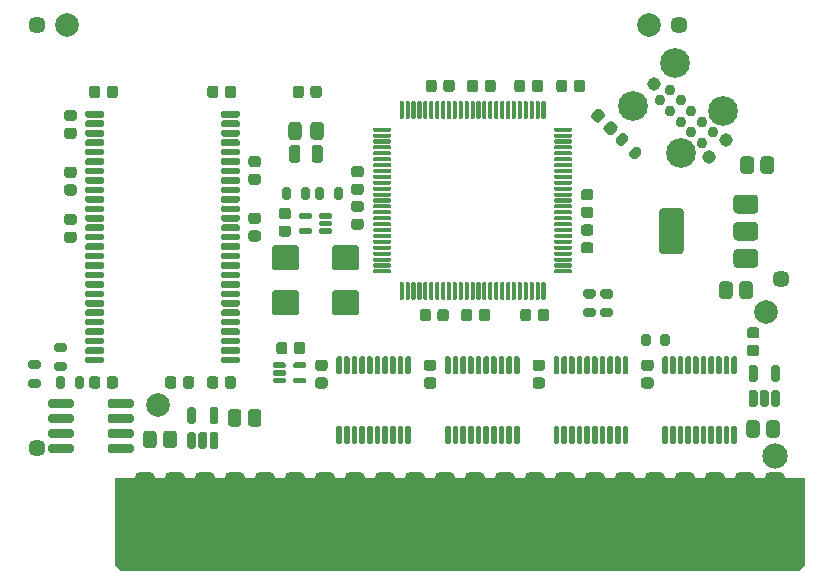
<source format=gts>
G04 #@! TF.GenerationSoftware,KiCad,Pcbnew,(5.1.10-1-10_14)*
G04 #@! TF.CreationDate,2021-05-31T18:26:27-04:00*
G04 #@! TF.ProjectId,RAM2GS,52414d32-4753-42e6-9b69-6361645f7063,2.0*
G04 #@! TF.SameCoordinates,Original*
G04 #@! TF.FileFunction,Soldermask,Top*
G04 #@! TF.FilePolarity,Negative*
%FSLAX46Y46*%
G04 Gerber Fmt 4.6, Leading zero omitted, Abs format (unit mm)*
G04 Created by KiCad (PCBNEW (5.1.10-1-10_14)) date 2021-05-31 18:26:27*
%MOMM*%
%LPD*%
G01*
G04 APERTURE LIST*
%ADD10C,0.100000*%
%ADD11C,2.524900*%
%ADD12C,0.937400*%
%ADD13C,1.140600*%
%ADD14C,2.000000*%
%ADD15C,2.150000*%
%ADD16C,1.448000*%
G04 APERTURE END LIST*
D10*
G36*
X113538000Y-139446000D02*
G01*
X113030000Y-139954000D01*
X55626000Y-139954000D01*
X55118000Y-139446000D01*
X55118000Y-132080000D01*
X113538000Y-132080000D01*
X113538000Y-139446000D01*
G37*
G36*
X113538000Y-139446000D02*
G01*
X113030000Y-139954000D01*
X55626000Y-139954000D01*
X55118000Y-139446000D01*
X55118000Y-132080000D01*
X113538000Y-132080000D01*
X113538000Y-139446000D01*
G37*
G36*
G01*
X96558839Y-101502253D02*
X96152253Y-101908839D01*
G75*
G02*
X95816377Y-101908839I-167938J167938D01*
G01*
X95480501Y-101572963D01*
G75*
G02*
X95480501Y-101237087I167938J167938D01*
G01*
X95887087Y-100830501D01*
G75*
G02*
X96222963Y-100830501I167938J-167938D01*
G01*
X96558839Y-101166377D01*
G75*
G02*
X96558839Y-101502253I-167938J-167938D01*
G01*
G37*
G36*
G01*
X97619499Y-102562913D02*
X97212913Y-102969499D01*
G75*
G02*
X96877037Y-102969499I-167938J167938D01*
G01*
X96541161Y-102633623D01*
G75*
G02*
X96541161Y-102297747I167938J167938D01*
G01*
X96947747Y-101891161D01*
G75*
G02*
X97283623Y-101891161I167938J-167938D01*
G01*
X97619499Y-102227037D01*
G75*
G02*
X97619499Y-102562913I-167938J-167938D01*
G01*
G37*
G36*
G01*
X99678337Y-104568718D02*
X99218718Y-105028337D01*
G75*
G02*
X98935876Y-105028337I-141421J141421D01*
G01*
X98653033Y-104745494D01*
G75*
G02*
X98653033Y-104462652I141421J141421D01*
G01*
X99112652Y-104003033D01*
G75*
G02*
X99395494Y-104003033I141421J-141421D01*
G01*
X99678337Y-104285876D01*
G75*
G02*
X99678337Y-104568718I-141421J-141421D01*
G01*
G37*
G36*
G01*
X98546967Y-103437348D02*
X98087348Y-103896967D01*
G75*
G02*
X97804506Y-103896967I-141421J141421D01*
G01*
X97521663Y-103614124D01*
G75*
G02*
X97521663Y-103331282I141421J141421D01*
G01*
X97981282Y-102871663D01*
G75*
G02*
X98264124Y-102871663I141421J-141421D01*
G01*
X98546967Y-103154506D01*
G75*
G02*
X98546967Y-103437348I-141421J-141421D01*
G01*
G37*
G36*
G01*
X54513000Y-125930000D02*
X54513000Y-125530000D01*
G75*
G02*
X54713000Y-125330000I200000J0D01*
G01*
X56513000Y-125330000D01*
G75*
G02*
X56713000Y-125530000I0J-200000D01*
G01*
X56713000Y-125930000D01*
G75*
G02*
X56513000Y-126130000I-200000J0D01*
G01*
X54713000Y-126130000D01*
G75*
G02*
X54513000Y-125930000I0J200000D01*
G01*
G37*
G36*
G01*
X54513000Y-127200000D02*
X54513000Y-126800000D01*
G75*
G02*
X54713000Y-126600000I200000J0D01*
G01*
X56513000Y-126600000D01*
G75*
G02*
X56713000Y-126800000I0J-200000D01*
G01*
X56713000Y-127200000D01*
G75*
G02*
X56513000Y-127400000I-200000J0D01*
G01*
X54713000Y-127400000D01*
G75*
G02*
X54513000Y-127200000I0J200000D01*
G01*
G37*
G36*
G01*
X54513000Y-128470000D02*
X54513000Y-128070000D01*
G75*
G02*
X54713000Y-127870000I200000J0D01*
G01*
X56513000Y-127870000D01*
G75*
G02*
X56713000Y-128070000I0J-200000D01*
G01*
X56713000Y-128470000D01*
G75*
G02*
X56513000Y-128670000I-200000J0D01*
G01*
X54713000Y-128670000D01*
G75*
G02*
X54513000Y-128470000I0J200000D01*
G01*
G37*
G36*
G01*
X54513000Y-129740000D02*
X54513000Y-129340000D01*
G75*
G02*
X54713000Y-129140000I200000J0D01*
G01*
X56513000Y-129140000D01*
G75*
G02*
X56713000Y-129340000I0J-200000D01*
G01*
X56713000Y-129740000D01*
G75*
G02*
X56513000Y-129940000I-200000J0D01*
G01*
X54713000Y-129940000D01*
G75*
G02*
X54513000Y-129740000I0J200000D01*
G01*
G37*
G36*
G01*
X49459000Y-129740000D02*
X49459000Y-129340000D01*
G75*
G02*
X49659000Y-129140000I200000J0D01*
G01*
X51459000Y-129140000D01*
G75*
G02*
X51659000Y-129340000I0J-200000D01*
G01*
X51659000Y-129740000D01*
G75*
G02*
X51459000Y-129940000I-200000J0D01*
G01*
X49659000Y-129940000D01*
G75*
G02*
X49459000Y-129740000I0J200000D01*
G01*
G37*
G36*
G01*
X49459000Y-128470000D02*
X49459000Y-128070000D01*
G75*
G02*
X49659000Y-127870000I200000J0D01*
G01*
X51459000Y-127870000D01*
G75*
G02*
X51659000Y-128070000I0J-200000D01*
G01*
X51659000Y-128470000D01*
G75*
G02*
X51459000Y-128670000I-200000J0D01*
G01*
X49659000Y-128670000D01*
G75*
G02*
X49459000Y-128470000I0J200000D01*
G01*
G37*
G36*
G01*
X49459000Y-127200000D02*
X49459000Y-126800000D01*
G75*
G02*
X49659000Y-126600000I200000J0D01*
G01*
X51459000Y-126600000D01*
G75*
G02*
X51659000Y-126800000I0J-200000D01*
G01*
X51659000Y-127200000D01*
G75*
G02*
X51459000Y-127400000I-200000J0D01*
G01*
X49659000Y-127400000D01*
G75*
G02*
X49459000Y-127200000I0J200000D01*
G01*
G37*
G36*
G01*
X49459000Y-125930000D02*
X49459000Y-125530000D01*
G75*
G02*
X49659000Y-125330000I200000J0D01*
G01*
X51459000Y-125330000D01*
G75*
G02*
X51659000Y-125530000I0J-200000D01*
G01*
X51659000Y-125930000D01*
G75*
G02*
X51459000Y-126130000I-200000J0D01*
G01*
X49659000Y-126130000D01*
G75*
G02*
X49459000Y-125930000I0J200000D01*
G01*
G37*
G36*
G01*
X72800000Y-102156250D02*
X72800000Y-103143750D01*
G75*
G02*
X72518750Y-103425000I-281250J0D01*
G01*
X71956250Y-103425000D01*
G75*
G02*
X71675000Y-103143750I0J281250D01*
G01*
X71675000Y-102156250D01*
G75*
G02*
X71956250Y-101875000I281250J0D01*
G01*
X72518750Y-101875000D01*
G75*
G02*
X72800000Y-102156250I0J-281250D01*
G01*
G37*
G36*
G01*
X70925000Y-102156250D02*
X70925000Y-103143750D01*
G75*
G02*
X70643750Y-103425000I-281250J0D01*
G01*
X70081250Y-103425000D01*
G75*
G02*
X69800000Y-103143750I0J281250D01*
G01*
X69800000Y-102156250D01*
G75*
G02*
X70081250Y-101875000I281250J0D01*
G01*
X70643750Y-101875000D01*
G75*
G02*
X70925000Y-102156250I0J-281250D01*
G01*
G37*
G36*
G01*
X69875000Y-105112500D02*
X69875000Y-104087500D01*
G75*
G02*
X70112500Y-103850000I237500J0D01*
G01*
X70587500Y-103850000D01*
G75*
G02*
X70825000Y-104087500I0J-237500D01*
G01*
X70825000Y-105112500D01*
G75*
G02*
X70587500Y-105350000I-237500J0D01*
G01*
X70112500Y-105350000D01*
G75*
G02*
X69875000Y-105112500I0J237500D01*
G01*
G37*
G36*
G01*
X71775000Y-105112500D02*
X71775000Y-104087500D01*
G75*
G02*
X72012500Y-103850000I237500J0D01*
G01*
X72487500Y-103850000D01*
G75*
G02*
X72725000Y-104087500I0J-237500D01*
G01*
X72725000Y-105112500D01*
G75*
G02*
X72487500Y-105350000I-237500J0D01*
G01*
X72012500Y-105350000D01*
G75*
G02*
X71775000Y-105112500I0J237500D01*
G01*
G37*
G36*
G01*
X71650000Y-107625000D02*
X71650000Y-108275000D01*
G75*
G02*
X71450000Y-108475000I-200000J0D01*
G01*
X71050000Y-108475000D01*
G75*
G02*
X70850000Y-108275000I0J200000D01*
G01*
X70850000Y-107625000D01*
G75*
G02*
X71050000Y-107425000I200000J0D01*
G01*
X71450000Y-107425000D01*
G75*
G02*
X71650000Y-107625000I0J-200000D01*
G01*
G37*
G36*
G01*
X70050000Y-107625000D02*
X70050000Y-108275000D01*
G75*
G02*
X69850000Y-108475000I-200000J0D01*
G01*
X69450000Y-108475000D01*
G75*
G02*
X69250000Y-108275000I0J200000D01*
G01*
X69250000Y-107625000D01*
G75*
G02*
X69450000Y-107425000I200000J0D01*
G01*
X69850000Y-107425000D01*
G75*
G02*
X70050000Y-107625000I0J-200000D01*
G01*
G37*
G36*
G01*
X73650000Y-108275000D02*
X73650000Y-107625000D01*
G75*
G02*
X73850000Y-107425000I200000J0D01*
G01*
X74250000Y-107425000D01*
G75*
G02*
X74450000Y-107625000I0J-200000D01*
G01*
X74450000Y-108275000D01*
G75*
G02*
X74250000Y-108475000I-200000J0D01*
G01*
X73850000Y-108475000D01*
G75*
G02*
X73650000Y-108275000I0J200000D01*
G01*
G37*
G36*
G01*
X72050000Y-108275000D02*
X72050000Y-107625000D01*
G75*
G02*
X72250000Y-107425000I200000J0D01*
G01*
X72650000Y-107425000D01*
G75*
G02*
X72850000Y-107625000I0J-200000D01*
G01*
X72850000Y-108275000D01*
G75*
G02*
X72650000Y-108475000I-200000J0D01*
G01*
X72250000Y-108475000D01*
G75*
G02*
X72050000Y-108275000I0J200000D01*
G01*
G37*
G36*
G01*
X94975000Y-117650000D02*
X95625000Y-117650000D01*
G75*
G02*
X95825000Y-117850000I0J-200000D01*
G01*
X95825000Y-118250000D01*
G75*
G02*
X95625000Y-118450000I-200000J0D01*
G01*
X94975000Y-118450000D01*
G75*
G02*
X94775000Y-118250000I0J200000D01*
G01*
X94775000Y-117850000D01*
G75*
G02*
X94975000Y-117650000I200000J0D01*
G01*
G37*
G36*
G01*
X94975000Y-116050000D02*
X95625000Y-116050000D01*
G75*
G02*
X95825000Y-116250000I0J-200000D01*
G01*
X95825000Y-116650000D01*
G75*
G02*
X95625000Y-116850000I-200000J0D01*
G01*
X94975000Y-116850000D01*
G75*
G02*
X94775000Y-116650000I0J200000D01*
G01*
X94775000Y-116250000D01*
G75*
G02*
X94975000Y-116050000I200000J0D01*
G01*
G37*
G36*
G01*
X76976000Y-102637000D02*
X76976000Y-102463000D01*
G75*
G02*
X77063000Y-102376000I87000J0D01*
G01*
X78412000Y-102376000D01*
G75*
G02*
X78499000Y-102463000I0J-87000D01*
G01*
X78499000Y-102637000D01*
G75*
G02*
X78412000Y-102724000I-87000J0D01*
G01*
X77063000Y-102724000D01*
G75*
G02*
X76976000Y-102637000I0J87000D01*
G01*
G37*
G36*
G01*
X76976000Y-103137000D02*
X76976000Y-102963000D01*
G75*
G02*
X77063000Y-102876000I87000J0D01*
G01*
X78412000Y-102876000D01*
G75*
G02*
X78499000Y-102963000I0J-87000D01*
G01*
X78499000Y-103137000D01*
G75*
G02*
X78412000Y-103224000I-87000J0D01*
G01*
X77063000Y-103224000D01*
G75*
G02*
X76976000Y-103137000I0J87000D01*
G01*
G37*
G36*
G01*
X76976000Y-103637000D02*
X76976000Y-103463000D01*
G75*
G02*
X77063000Y-103376000I87000J0D01*
G01*
X78412000Y-103376000D01*
G75*
G02*
X78499000Y-103463000I0J-87000D01*
G01*
X78499000Y-103637000D01*
G75*
G02*
X78412000Y-103724000I-87000J0D01*
G01*
X77063000Y-103724000D01*
G75*
G02*
X76976000Y-103637000I0J87000D01*
G01*
G37*
G36*
G01*
X76976000Y-104137000D02*
X76976000Y-103963000D01*
G75*
G02*
X77063000Y-103876000I87000J0D01*
G01*
X78412000Y-103876000D01*
G75*
G02*
X78499000Y-103963000I0J-87000D01*
G01*
X78499000Y-104137000D01*
G75*
G02*
X78412000Y-104224000I-87000J0D01*
G01*
X77063000Y-104224000D01*
G75*
G02*
X76976000Y-104137000I0J87000D01*
G01*
G37*
G36*
G01*
X76976000Y-104637000D02*
X76976000Y-104463000D01*
G75*
G02*
X77063000Y-104376000I87000J0D01*
G01*
X78412000Y-104376000D01*
G75*
G02*
X78499000Y-104463000I0J-87000D01*
G01*
X78499000Y-104637000D01*
G75*
G02*
X78412000Y-104724000I-87000J0D01*
G01*
X77063000Y-104724000D01*
G75*
G02*
X76976000Y-104637000I0J87000D01*
G01*
G37*
G36*
G01*
X76976000Y-105137000D02*
X76976000Y-104963000D01*
G75*
G02*
X77063000Y-104876000I87000J0D01*
G01*
X78412000Y-104876000D01*
G75*
G02*
X78499000Y-104963000I0J-87000D01*
G01*
X78499000Y-105137000D01*
G75*
G02*
X78412000Y-105224000I-87000J0D01*
G01*
X77063000Y-105224000D01*
G75*
G02*
X76976000Y-105137000I0J87000D01*
G01*
G37*
G36*
G01*
X76976000Y-105637000D02*
X76976000Y-105463000D01*
G75*
G02*
X77063000Y-105376000I87000J0D01*
G01*
X78412000Y-105376000D01*
G75*
G02*
X78499000Y-105463000I0J-87000D01*
G01*
X78499000Y-105637000D01*
G75*
G02*
X78412000Y-105724000I-87000J0D01*
G01*
X77063000Y-105724000D01*
G75*
G02*
X76976000Y-105637000I0J87000D01*
G01*
G37*
G36*
G01*
X76976000Y-106137000D02*
X76976000Y-105963000D01*
G75*
G02*
X77063000Y-105876000I87000J0D01*
G01*
X78412000Y-105876000D01*
G75*
G02*
X78499000Y-105963000I0J-87000D01*
G01*
X78499000Y-106137000D01*
G75*
G02*
X78412000Y-106224000I-87000J0D01*
G01*
X77063000Y-106224000D01*
G75*
G02*
X76976000Y-106137000I0J87000D01*
G01*
G37*
G36*
G01*
X76976000Y-106637000D02*
X76976000Y-106463000D01*
G75*
G02*
X77063000Y-106376000I87000J0D01*
G01*
X78412000Y-106376000D01*
G75*
G02*
X78499000Y-106463000I0J-87000D01*
G01*
X78499000Y-106637000D01*
G75*
G02*
X78412000Y-106724000I-87000J0D01*
G01*
X77063000Y-106724000D01*
G75*
G02*
X76976000Y-106637000I0J87000D01*
G01*
G37*
G36*
G01*
X76976000Y-107137000D02*
X76976000Y-106963000D01*
G75*
G02*
X77063000Y-106876000I87000J0D01*
G01*
X78412000Y-106876000D01*
G75*
G02*
X78499000Y-106963000I0J-87000D01*
G01*
X78499000Y-107137000D01*
G75*
G02*
X78412000Y-107224000I-87000J0D01*
G01*
X77063000Y-107224000D01*
G75*
G02*
X76976000Y-107137000I0J87000D01*
G01*
G37*
G36*
G01*
X76976000Y-107637000D02*
X76976000Y-107463000D01*
G75*
G02*
X77063000Y-107376000I87000J0D01*
G01*
X78412000Y-107376000D01*
G75*
G02*
X78499000Y-107463000I0J-87000D01*
G01*
X78499000Y-107637000D01*
G75*
G02*
X78412000Y-107724000I-87000J0D01*
G01*
X77063000Y-107724000D01*
G75*
G02*
X76976000Y-107637000I0J87000D01*
G01*
G37*
G36*
G01*
X76976000Y-108137000D02*
X76976000Y-107963000D01*
G75*
G02*
X77063000Y-107876000I87000J0D01*
G01*
X78412000Y-107876000D01*
G75*
G02*
X78499000Y-107963000I0J-87000D01*
G01*
X78499000Y-108137000D01*
G75*
G02*
X78412000Y-108224000I-87000J0D01*
G01*
X77063000Y-108224000D01*
G75*
G02*
X76976000Y-108137000I0J87000D01*
G01*
G37*
G36*
G01*
X76976000Y-108637000D02*
X76976000Y-108463000D01*
G75*
G02*
X77063000Y-108376000I87000J0D01*
G01*
X78412000Y-108376000D01*
G75*
G02*
X78499000Y-108463000I0J-87000D01*
G01*
X78499000Y-108637000D01*
G75*
G02*
X78412000Y-108724000I-87000J0D01*
G01*
X77063000Y-108724000D01*
G75*
G02*
X76976000Y-108637000I0J87000D01*
G01*
G37*
G36*
G01*
X76976000Y-109137000D02*
X76976000Y-108963000D01*
G75*
G02*
X77063000Y-108876000I87000J0D01*
G01*
X78412000Y-108876000D01*
G75*
G02*
X78499000Y-108963000I0J-87000D01*
G01*
X78499000Y-109137000D01*
G75*
G02*
X78412000Y-109224000I-87000J0D01*
G01*
X77063000Y-109224000D01*
G75*
G02*
X76976000Y-109137000I0J87000D01*
G01*
G37*
G36*
G01*
X76976000Y-109637000D02*
X76976000Y-109463000D01*
G75*
G02*
X77063000Y-109376000I87000J0D01*
G01*
X78412000Y-109376000D01*
G75*
G02*
X78499000Y-109463000I0J-87000D01*
G01*
X78499000Y-109637000D01*
G75*
G02*
X78412000Y-109724000I-87000J0D01*
G01*
X77063000Y-109724000D01*
G75*
G02*
X76976000Y-109637000I0J87000D01*
G01*
G37*
G36*
G01*
X76976000Y-110137000D02*
X76976000Y-109963000D01*
G75*
G02*
X77063000Y-109876000I87000J0D01*
G01*
X78412000Y-109876000D01*
G75*
G02*
X78499000Y-109963000I0J-87000D01*
G01*
X78499000Y-110137000D01*
G75*
G02*
X78412000Y-110224000I-87000J0D01*
G01*
X77063000Y-110224000D01*
G75*
G02*
X76976000Y-110137000I0J87000D01*
G01*
G37*
G36*
G01*
X76976000Y-110637000D02*
X76976000Y-110463000D01*
G75*
G02*
X77063000Y-110376000I87000J0D01*
G01*
X78412000Y-110376000D01*
G75*
G02*
X78499000Y-110463000I0J-87000D01*
G01*
X78499000Y-110637000D01*
G75*
G02*
X78412000Y-110724000I-87000J0D01*
G01*
X77063000Y-110724000D01*
G75*
G02*
X76976000Y-110637000I0J87000D01*
G01*
G37*
G36*
G01*
X76976000Y-111137000D02*
X76976000Y-110963000D01*
G75*
G02*
X77063000Y-110876000I87000J0D01*
G01*
X78412000Y-110876000D01*
G75*
G02*
X78499000Y-110963000I0J-87000D01*
G01*
X78499000Y-111137000D01*
G75*
G02*
X78412000Y-111224000I-87000J0D01*
G01*
X77063000Y-111224000D01*
G75*
G02*
X76976000Y-111137000I0J87000D01*
G01*
G37*
G36*
G01*
X76976000Y-111637000D02*
X76976000Y-111463000D01*
G75*
G02*
X77063000Y-111376000I87000J0D01*
G01*
X78412000Y-111376000D01*
G75*
G02*
X78499000Y-111463000I0J-87000D01*
G01*
X78499000Y-111637000D01*
G75*
G02*
X78412000Y-111724000I-87000J0D01*
G01*
X77063000Y-111724000D01*
G75*
G02*
X76976000Y-111637000I0J87000D01*
G01*
G37*
G36*
G01*
X76976000Y-112137000D02*
X76976000Y-111963000D01*
G75*
G02*
X77063000Y-111876000I87000J0D01*
G01*
X78412000Y-111876000D01*
G75*
G02*
X78499000Y-111963000I0J-87000D01*
G01*
X78499000Y-112137000D01*
G75*
G02*
X78412000Y-112224000I-87000J0D01*
G01*
X77063000Y-112224000D01*
G75*
G02*
X76976000Y-112137000I0J87000D01*
G01*
G37*
G36*
G01*
X76976000Y-112637000D02*
X76976000Y-112463000D01*
G75*
G02*
X77063000Y-112376000I87000J0D01*
G01*
X78412000Y-112376000D01*
G75*
G02*
X78499000Y-112463000I0J-87000D01*
G01*
X78499000Y-112637000D01*
G75*
G02*
X78412000Y-112724000I-87000J0D01*
G01*
X77063000Y-112724000D01*
G75*
G02*
X76976000Y-112637000I0J87000D01*
G01*
G37*
G36*
G01*
X76976000Y-113137000D02*
X76976000Y-112963000D01*
G75*
G02*
X77063000Y-112876000I87000J0D01*
G01*
X78412000Y-112876000D01*
G75*
G02*
X78499000Y-112963000I0J-87000D01*
G01*
X78499000Y-113137000D01*
G75*
G02*
X78412000Y-113224000I-87000J0D01*
G01*
X77063000Y-113224000D01*
G75*
G02*
X76976000Y-113137000I0J87000D01*
G01*
G37*
G36*
G01*
X76976000Y-113637000D02*
X76976000Y-113463000D01*
G75*
G02*
X77063000Y-113376000I87000J0D01*
G01*
X78412000Y-113376000D01*
G75*
G02*
X78499000Y-113463000I0J-87000D01*
G01*
X78499000Y-113637000D01*
G75*
G02*
X78412000Y-113724000I-87000J0D01*
G01*
X77063000Y-113724000D01*
G75*
G02*
X76976000Y-113637000I0J87000D01*
G01*
G37*
G36*
G01*
X76976000Y-114137000D02*
X76976000Y-113963000D01*
G75*
G02*
X77063000Y-113876000I87000J0D01*
G01*
X78412000Y-113876000D01*
G75*
G02*
X78499000Y-113963000I0J-87000D01*
G01*
X78499000Y-114137000D01*
G75*
G02*
X78412000Y-114224000I-87000J0D01*
G01*
X77063000Y-114224000D01*
G75*
G02*
X76976000Y-114137000I0J87000D01*
G01*
G37*
G36*
G01*
X76976000Y-114637000D02*
X76976000Y-114463000D01*
G75*
G02*
X77063000Y-114376000I87000J0D01*
G01*
X78412000Y-114376000D01*
G75*
G02*
X78499000Y-114463000I0J-87000D01*
G01*
X78499000Y-114637000D01*
G75*
G02*
X78412000Y-114724000I-87000J0D01*
G01*
X77063000Y-114724000D01*
G75*
G02*
X76976000Y-114637000I0J87000D01*
G01*
G37*
G36*
G01*
X79226000Y-116887000D02*
X79226000Y-115538000D01*
G75*
G02*
X79313000Y-115451000I87000J0D01*
G01*
X79487000Y-115451000D01*
G75*
G02*
X79574000Y-115538000I0J-87000D01*
G01*
X79574000Y-116887000D01*
G75*
G02*
X79487000Y-116974000I-87000J0D01*
G01*
X79313000Y-116974000D01*
G75*
G02*
X79226000Y-116887000I0J87000D01*
G01*
G37*
G36*
G01*
X79726000Y-116887000D02*
X79726000Y-115538000D01*
G75*
G02*
X79813000Y-115451000I87000J0D01*
G01*
X79987000Y-115451000D01*
G75*
G02*
X80074000Y-115538000I0J-87000D01*
G01*
X80074000Y-116887000D01*
G75*
G02*
X79987000Y-116974000I-87000J0D01*
G01*
X79813000Y-116974000D01*
G75*
G02*
X79726000Y-116887000I0J87000D01*
G01*
G37*
G36*
G01*
X80226000Y-116887000D02*
X80226000Y-115538000D01*
G75*
G02*
X80313000Y-115451000I87000J0D01*
G01*
X80487000Y-115451000D01*
G75*
G02*
X80574000Y-115538000I0J-87000D01*
G01*
X80574000Y-116887000D01*
G75*
G02*
X80487000Y-116974000I-87000J0D01*
G01*
X80313000Y-116974000D01*
G75*
G02*
X80226000Y-116887000I0J87000D01*
G01*
G37*
G36*
G01*
X80726000Y-116887000D02*
X80726000Y-115538000D01*
G75*
G02*
X80813000Y-115451000I87000J0D01*
G01*
X80987000Y-115451000D01*
G75*
G02*
X81074000Y-115538000I0J-87000D01*
G01*
X81074000Y-116887000D01*
G75*
G02*
X80987000Y-116974000I-87000J0D01*
G01*
X80813000Y-116974000D01*
G75*
G02*
X80726000Y-116887000I0J87000D01*
G01*
G37*
G36*
G01*
X81226000Y-116887000D02*
X81226000Y-115538000D01*
G75*
G02*
X81313000Y-115451000I87000J0D01*
G01*
X81487000Y-115451000D01*
G75*
G02*
X81574000Y-115538000I0J-87000D01*
G01*
X81574000Y-116887000D01*
G75*
G02*
X81487000Y-116974000I-87000J0D01*
G01*
X81313000Y-116974000D01*
G75*
G02*
X81226000Y-116887000I0J87000D01*
G01*
G37*
G36*
G01*
X81726000Y-116887000D02*
X81726000Y-115538000D01*
G75*
G02*
X81813000Y-115451000I87000J0D01*
G01*
X81987000Y-115451000D01*
G75*
G02*
X82074000Y-115538000I0J-87000D01*
G01*
X82074000Y-116887000D01*
G75*
G02*
X81987000Y-116974000I-87000J0D01*
G01*
X81813000Y-116974000D01*
G75*
G02*
X81726000Y-116887000I0J87000D01*
G01*
G37*
G36*
G01*
X82226000Y-116887000D02*
X82226000Y-115538000D01*
G75*
G02*
X82313000Y-115451000I87000J0D01*
G01*
X82487000Y-115451000D01*
G75*
G02*
X82574000Y-115538000I0J-87000D01*
G01*
X82574000Y-116887000D01*
G75*
G02*
X82487000Y-116974000I-87000J0D01*
G01*
X82313000Y-116974000D01*
G75*
G02*
X82226000Y-116887000I0J87000D01*
G01*
G37*
G36*
G01*
X82726000Y-116887000D02*
X82726000Y-115538000D01*
G75*
G02*
X82813000Y-115451000I87000J0D01*
G01*
X82987000Y-115451000D01*
G75*
G02*
X83074000Y-115538000I0J-87000D01*
G01*
X83074000Y-116887000D01*
G75*
G02*
X82987000Y-116974000I-87000J0D01*
G01*
X82813000Y-116974000D01*
G75*
G02*
X82726000Y-116887000I0J87000D01*
G01*
G37*
G36*
G01*
X83226000Y-116887000D02*
X83226000Y-115538000D01*
G75*
G02*
X83313000Y-115451000I87000J0D01*
G01*
X83487000Y-115451000D01*
G75*
G02*
X83574000Y-115538000I0J-87000D01*
G01*
X83574000Y-116887000D01*
G75*
G02*
X83487000Y-116974000I-87000J0D01*
G01*
X83313000Y-116974000D01*
G75*
G02*
X83226000Y-116887000I0J87000D01*
G01*
G37*
G36*
G01*
X83726000Y-116887000D02*
X83726000Y-115538000D01*
G75*
G02*
X83813000Y-115451000I87000J0D01*
G01*
X83987000Y-115451000D01*
G75*
G02*
X84074000Y-115538000I0J-87000D01*
G01*
X84074000Y-116887000D01*
G75*
G02*
X83987000Y-116974000I-87000J0D01*
G01*
X83813000Y-116974000D01*
G75*
G02*
X83726000Y-116887000I0J87000D01*
G01*
G37*
G36*
G01*
X84226000Y-116887000D02*
X84226000Y-115538000D01*
G75*
G02*
X84313000Y-115451000I87000J0D01*
G01*
X84487000Y-115451000D01*
G75*
G02*
X84574000Y-115538000I0J-87000D01*
G01*
X84574000Y-116887000D01*
G75*
G02*
X84487000Y-116974000I-87000J0D01*
G01*
X84313000Y-116974000D01*
G75*
G02*
X84226000Y-116887000I0J87000D01*
G01*
G37*
G36*
G01*
X84726000Y-116887000D02*
X84726000Y-115538000D01*
G75*
G02*
X84813000Y-115451000I87000J0D01*
G01*
X84987000Y-115451000D01*
G75*
G02*
X85074000Y-115538000I0J-87000D01*
G01*
X85074000Y-116887000D01*
G75*
G02*
X84987000Y-116974000I-87000J0D01*
G01*
X84813000Y-116974000D01*
G75*
G02*
X84726000Y-116887000I0J87000D01*
G01*
G37*
G36*
G01*
X85226000Y-116887000D02*
X85226000Y-115538000D01*
G75*
G02*
X85313000Y-115451000I87000J0D01*
G01*
X85487000Y-115451000D01*
G75*
G02*
X85574000Y-115538000I0J-87000D01*
G01*
X85574000Y-116887000D01*
G75*
G02*
X85487000Y-116974000I-87000J0D01*
G01*
X85313000Y-116974000D01*
G75*
G02*
X85226000Y-116887000I0J87000D01*
G01*
G37*
G36*
G01*
X85726000Y-116887000D02*
X85726000Y-115538000D01*
G75*
G02*
X85813000Y-115451000I87000J0D01*
G01*
X85987000Y-115451000D01*
G75*
G02*
X86074000Y-115538000I0J-87000D01*
G01*
X86074000Y-116887000D01*
G75*
G02*
X85987000Y-116974000I-87000J0D01*
G01*
X85813000Y-116974000D01*
G75*
G02*
X85726000Y-116887000I0J87000D01*
G01*
G37*
G36*
G01*
X86226000Y-116887000D02*
X86226000Y-115538000D01*
G75*
G02*
X86313000Y-115451000I87000J0D01*
G01*
X86487000Y-115451000D01*
G75*
G02*
X86574000Y-115538000I0J-87000D01*
G01*
X86574000Y-116887000D01*
G75*
G02*
X86487000Y-116974000I-87000J0D01*
G01*
X86313000Y-116974000D01*
G75*
G02*
X86226000Y-116887000I0J87000D01*
G01*
G37*
G36*
G01*
X86726000Y-116887000D02*
X86726000Y-115538000D01*
G75*
G02*
X86813000Y-115451000I87000J0D01*
G01*
X86987000Y-115451000D01*
G75*
G02*
X87074000Y-115538000I0J-87000D01*
G01*
X87074000Y-116887000D01*
G75*
G02*
X86987000Y-116974000I-87000J0D01*
G01*
X86813000Y-116974000D01*
G75*
G02*
X86726000Y-116887000I0J87000D01*
G01*
G37*
G36*
G01*
X87226000Y-116887000D02*
X87226000Y-115538000D01*
G75*
G02*
X87313000Y-115451000I87000J0D01*
G01*
X87487000Y-115451000D01*
G75*
G02*
X87574000Y-115538000I0J-87000D01*
G01*
X87574000Y-116887000D01*
G75*
G02*
X87487000Y-116974000I-87000J0D01*
G01*
X87313000Y-116974000D01*
G75*
G02*
X87226000Y-116887000I0J87000D01*
G01*
G37*
G36*
G01*
X87726000Y-116887000D02*
X87726000Y-115538000D01*
G75*
G02*
X87813000Y-115451000I87000J0D01*
G01*
X87987000Y-115451000D01*
G75*
G02*
X88074000Y-115538000I0J-87000D01*
G01*
X88074000Y-116887000D01*
G75*
G02*
X87987000Y-116974000I-87000J0D01*
G01*
X87813000Y-116974000D01*
G75*
G02*
X87726000Y-116887000I0J87000D01*
G01*
G37*
G36*
G01*
X88226000Y-116887000D02*
X88226000Y-115538000D01*
G75*
G02*
X88313000Y-115451000I87000J0D01*
G01*
X88487000Y-115451000D01*
G75*
G02*
X88574000Y-115538000I0J-87000D01*
G01*
X88574000Y-116887000D01*
G75*
G02*
X88487000Y-116974000I-87000J0D01*
G01*
X88313000Y-116974000D01*
G75*
G02*
X88226000Y-116887000I0J87000D01*
G01*
G37*
G36*
G01*
X88726000Y-116887000D02*
X88726000Y-115538000D01*
G75*
G02*
X88813000Y-115451000I87000J0D01*
G01*
X88987000Y-115451000D01*
G75*
G02*
X89074000Y-115538000I0J-87000D01*
G01*
X89074000Y-116887000D01*
G75*
G02*
X88987000Y-116974000I-87000J0D01*
G01*
X88813000Y-116974000D01*
G75*
G02*
X88726000Y-116887000I0J87000D01*
G01*
G37*
G36*
G01*
X89226000Y-116887000D02*
X89226000Y-115538000D01*
G75*
G02*
X89313000Y-115451000I87000J0D01*
G01*
X89487000Y-115451000D01*
G75*
G02*
X89574000Y-115538000I0J-87000D01*
G01*
X89574000Y-116887000D01*
G75*
G02*
X89487000Y-116974000I-87000J0D01*
G01*
X89313000Y-116974000D01*
G75*
G02*
X89226000Y-116887000I0J87000D01*
G01*
G37*
G36*
G01*
X89726000Y-116887000D02*
X89726000Y-115538000D01*
G75*
G02*
X89813000Y-115451000I87000J0D01*
G01*
X89987000Y-115451000D01*
G75*
G02*
X90074000Y-115538000I0J-87000D01*
G01*
X90074000Y-116887000D01*
G75*
G02*
X89987000Y-116974000I-87000J0D01*
G01*
X89813000Y-116974000D01*
G75*
G02*
X89726000Y-116887000I0J87000D01*
G01*
G37*
G36*
G01*
X90226000Y-116887000D02*
X90226000Y-115538000D01*
G75*
G02*
X90313000Y-115451000I87000J0D01*
G01*
X90487000Y-115451000D01*
G75*
G02*
X90574000Y-115538000I0J-87000D01*
G01*
X90574000Y-116887000D01*
G75*
G02*
X90487000Y-116974000I-87000J0D01*
G01*
X90313000Y-116974000D01*
G75*
G02*
X90226000Y-116887000I0J87000D01*
G01*
G37*
G36*
G01*
X90726000Y-116887000D02*
X90726000Y-115538000D01*
G75*
G02*
X90813000Y-115451000I87000J0D01*
G01*
X90987000Y-115451000D01*
G75*
G02*
X91074000Y-115538000I0J-87000D01*
G01*
X91074000Y-116887000D01*
G75*
G02*
X90987000Y-116974000I-87000J0D01*
G01*
X90813000Y-116974000D01*
G75*
G02*
X90726000Y-116887000I0J87000D01*
G01*
G37*
G36*
G01*
X91226000Y-116887000D02*
X91226000Y-115538000D01*
G75*
G02*
X91313000Y-115451000I87000J0D01*
G01*
X91487000Y-115451000D01*
G75*
G02*
X91574000Y-115538000I0J-87000D01*
G01*
X91574000Y-116887000D01*
G75*
G02*
X91487000Y-116974000I-87000J0D01*
G01*
X91313000Y-116974000D01*
G75*
G02*
X91226000Y-116887000I0J87000D01*
G01*
G37*
G36*
G01*
X92301000Y-114637000D02*
X92301000Y-114463000D01*
G75*
G02*
X92388000Y-114376000I87000J0D01*
G01*
X93737000Y-114376000D01*
G75*
G02*
X93824000Y-114463000I0J-87000D01*
G01*
X93824000Y-114637000D01*
G75*
G02*
X93737000Y-114724000I-87000J0D01*
G01*
X92388000Y-114724000D01*
G75*
G02*
X92301000Y-114637000I0J87000D01*
G01*
G37*
G36*
G01*
X92301000Y-114137000D02*
X92301000Y-113963000D01*
G75*
G02*
X92388000Y-113876000I87000J0D01*
G01*
X93737000Y-113876000D01*
G75*
G02*
X93824000Y-113963000I0J-87000D01*
G01*
X93824000Y-114137000D01*
G75*
G02*
X93737000Y-114224000I-87000J0D01*
G01*
X92388000Y-114224000D01*
G75*
G02*
X92301000Y-114137000I0J87000D01*
G01*
G37*
G36*
G01*
X92301000Y-113637000D02*
X92301000Y-113463000D01*
G75*
G02*
X92388000Y-113376000I87000J0D01*
G01*
X93737000Y-113376000D01*
G75*
G02*
X93824000Y-113463000I0J-87000D01*
G01*
X93824000Y-113637000D01*
G75*
G02*
X93737000Y-113724000I-87000J0D01*
G01*
X92388000Y-113724000D01*
G75*
G02*
X92301000Y-113637000I0J87000D01*
G01*
G37*
G36*
G01*
X92301000Y-113137000D02*
X92301000Y-112963000D01*
G75*
G02*
X92388000Y-112876000I87000J0D01*
G01*
X93737000Y-112876000D01*
G75*
G02*
X93824000Y-112963000I0J-87000D01*
G01*
X93824000Y-113137000D01*
G75*
G02*
X93737000Y-113224000I-87000J0D01*
G01*
X92388000Y-113224000D01*
G75*
G02*
X92301000Y-113137000I0J87000D01*
G01*
G37*
G36*
G01*
X92301000Y-112637000D02*
X92301000Y-112463000D01*
G75*
G02*
X92388000Y-112376000I87000J0D01*
G01*
X93737000Y-112376000D01*
G75*
G02*
X93824000Y-112463000I0J-87000D01*
G01*
X93824000Y-112637000D01*
G75*
G02*
X93737000Y-112724000I-87000J0D01*
G01*
X92388000Y-112724000D01*
G75*
G02*
X92301000Y-112637000I0J87000D01*
G01*
G37*
G36*
G01*
X92301000Y-112137000D02*
X92301000Y-111963000D01*
G75*
G02*
X92388000Y-111876000I87000J0D01*
G01*
X93737000Y-111876000D01*
G75*
G02*
X93824000Y-111963000I0J-87000D01*
G01*
X93824000Y-112137000D01*
G75*
G02*
X93737000Y-112224000I-87000J0D01*
G01*
X92388000Y-112224000D01*
G75*
G02*
X92301000Y-112137000I0J87000D01*
G01*
G37*
G36*
G01*
X92301000Y-111637000D02*
X92301000Y-111463000D01*
G75*
G02*
X92388000Y-111376000I87000J0D01*
G01*
X93737000Y-111376000D01*
G75*
G02*
X93824000Y-111463000I0J-87000D01*
G01*
X93824000Y-111637000D01*
G75*
G02*
X93737000Y-111724000I-87000J0D01*
G01*
X92388000Y-111724000D01*
G75*
G02*
X92301000Y-111637000I0J87000D01*
G01*
G37*
G36*
G01*
X92301000Y-111137000D02*
X92301000Y-110963000D01*
G75*
G02*
X92388000Y-110876000I87000J0D01*
G01*
X93737000Y-110876000D01*
G75*
G02*
X93824000Y-110963000I0J-87000D01*
G01*
X93824000Y-111137000D01*
G75*
G02*
X93737000Y-111224000I-87000J0D01*
G01*
X92388000Y-111224000D01*
G75*
G02*
X92301000Y-111137000I0J87000D01*
G01*
G37*
G36*
G01*
X92301000Y-110637000D02*
X92301000Y-110463000D01*
G75*
G02*
X92388000Y-110376000I87000J0D01*
G01*
X93737000Y-110376000D01*
G75*
G02*
X93824000Y-110463000I0J-87000D01*
G01*
X93824000Y-110637000D01*
G75*
G02*
X93737000Y-110724000I-87000J0D01*
G01*
X92388000Y-110724000D01*
G75*
G02*
X92301000Y-110637000I0J87000D01*
G01*
G37*
G36*
G01*
X92301000Y-110137000D02*
X92301000Y-109963000D01*
G75*
G02*
X92388000Y-109876000I87000J0D01*
G01*
X93737000Y-109876000D01*
G75*
G02*
X93824000Y-109963000I0J-87000D01*
G01*
X93824000Y-110137000D01*
G75*
G02*
X93737000Y-110224000I-87000J0D01*
G01*
X92388000Y-110224000D01*
G75*
G02*
X92301000Y-110137000I0J87000D01*
G01*
G37*
G36*
G01*
X92301000Y-109637000D02*
X92301000Y-109463000D01*
G75*
G02*
X92388000Y-109376000I87000J0D01*
G01*
X93737000Y-109376000D01*
G75*
G02*
X93824000Y-109463000I0J-87000D01*
G01*
X93824000Y-109637000D01*
G75*
G02*
X93737000Y-109724000I-87000J0D01*
G01*
X92388000Y-109724000D01*
G75*
G02*
X92301000Y-109637000I0J87000D01*
G01*
G37*
G36*
G01*
X92301000Y-109137000D02*
X92301000Y-108963000D01*
G75*
G02*
X92388000Y-108876000I87000J0D01*
G01*
X93737000Y-108876000D01*
G75*
G02*
X93824000Y-108963000I0J-87000D01*
G01*
X93824000Y-109137000D01*
G75*
G02*
X93737000Y-109224000I-87000J0D01*
G01*
X92388000Y-109224000D01*
G75*
G02*
X92301000Y-109137000I0J87000D01*
G01*
G37*
G36*
G01*
X92301000Y-108637000D02*
X92301000Y-108463000D01*
G75*
G02*
X92388000Y-108376000I87000J0D01*
G01*
X93737000Y-108376000D01*
G75*
G02*
X93824000Y-108463000I0J-87000D01*
G01*
X93824000Y-108637000D01*
G75*
G02*
X93737000Y-108724000I-87000J0D01*
G01*
X92388000Y-108724000D01*
G75*
G02*
X92301000Y-108637000I0J87000D01*
G01*
G37*
G36*
G01*
X92301000Y-108137000D02*
X92301000Y-107963000D01*
G75*
G02*
X92388000Y-107876000I87000J0D01*
G01*
X93737000Y-107876000D01*
G75*
G02*
X93824000Y-107963000I0J-87000D01*
G01*
X93824000Y-108137000D01*
G75*
G02*
X93737000Y-108224000I-87000J0D01*
G01*
X92388000Y-108224000D01*
G75*
G02*
X92301000Y-108137000I0J87000D01*
G01*
G37*
G36*
G01*
X92301000Y-107637000D02*
X92301000Y-107463000D01*
G75*
G02*
X92388000Y-107376000I87000J0D01*
G01*
X93737000Y-107376000D01*
G75*
G02*
X93824000Y-107463000I0J-87000D01*
G01*
X93824000Y-107637000D01*
G75*
G02*
X93737000Y-107724000I-87000J0D01*
G01*
X92388000Y-107724000D01*
G75*
G02*
X92301000Y-107637000I0J87000D01*
G01*
G37*
G36*
G01*
X92301000Y-107137000D02*
X92301000Y-106963000D01*
G75*
G02*
X92388000Y-106876000I87000J0D01*
G01*
X93737000Y-106876000D01*
G75*
G02*
X93824000Y-106963000I0J-87000D01*
G01*
X93824000Y-107137000D01*
G75*
G02*
X93737000Y-107224000I-87000J0D01*
G01*
X92388000Y-107224000D01*
G75*
G02*
X92301000Y-107137000I0J87000D01*
G01*
G37*
G36*
G01*
X92301000Y-106637000D02*
X92301000Y-106463000D01*
G75*
G02*
X92388000Y-106376000I87000J0D01*
G01*
X93737000Y-106376000D01*
G75*
G02*
X93824000Y-106463000I0J-87000D01*
G01*
X93824000Y-106637000D01*
G75*
G02*
X93737000Y-106724000I-87000J0D01*
G01*
X92388000Y-106724000D01*
G75*
G02*
X92301000Y-106637000I0J87000D01*
G01*
G37*
G36*
G01*
X92301000Y-106137000D02*
X92301000Y-105963000D01*
G75*
G02*
X92388000Y-105876000I87000J0D01*
G01*
X93737000Y-105876000D01*
G75*
G02*
X93824000Y-105963000I0J-87000D01*
G01*
X93824000Y-106137000D01*
G75*
G02*
X93737000Y-106224000I-87000J0D01*
G01*
X92388000Y-106224000D01*
G75*
G02*
X92301000Y-106137000I0J87000D01*
G01*
G37*
G36*
G01*
X92301000Y-105637000D02*
X92301000Y-105463000D01*
G75*
G02*
X92388000Y-105376000I87000J0D01*
G01*
X93737000Y-105376000D01*
G75*
G02*
X93824000Y-105463000I0J-87000D01*
G01*
X93824000Y-105637000D01*
G75*
G02*
X93737000Y-105724000I-87000J0D01*
G01*
X92388000Y-105724000D01*
G75*
G02*
X92301000Y-105637000I0J87000D01*
G01*
G37*
G36*
G01*
X92301000Y-105137000D02*
X92301000Y-104963000D01*
G75*
G02*
X92388000Y-104876000I87000J0D01*
G01*
X93737000Y-104876000D01*
G75*
G02*
X93824000Y-104963000I0J-87000D01*
G01*
X93824000Y-105137000D01*
G75*
G02*
X93737000Y-105224000I-87000J0D01*
G01*
X92388000Y-105224000D01*
G75*
G02*
X92301000Y-105137000I0J87000D01*
G01*
G37*
G36*
G01*
X92301000Y-104637000D02*
X92301000Y-104463000D01*
G75*
G02*
X92388000Y-104376000I87000J0D01*
G01*
X93737000Y-104376000D01*
G75*
G02*
X93824000Y-104463000I0J-87000D01*
G01*
X93824000Y-104637000D01*
G75*
G02*
X93737000Y-104724000I-87000J0D01*
G01*
X92388000Y-104724000D01*
G75*
G02*
X92301000Y-104637000I0J87000D01*
G01*
G37*
G36*
G01*
X92301000Y-104137000D02*
X92301000Y-103963000D01*
G75*
G02*
X92388000Y-103876000I87000J0D01*
G01*
X93737000Y-103876000D01*
G75*
G02*
X93824000Y-103963000I0J-87000D01*
G01*
X93824000Y-104137000D01*
G75*
G02*
X93737000Y-104224000I-87000J0D01*
G01*
X92388000Y-104224000D01*
G75*
G02*
X92301000Y-104137000I0J87000D01*
G01*
G37*
G36*
G01*
X92301000Y-103637000D02*
X92301000Y-103463000D01*
G75*
G02*
X92388000Y-103376000I87000J0D01*
G01*
X93737000Y-103376000D01*
G75*
G02*
X93824000Y-103463000I0J-87000D01*
G01*
X93824000Y-103637000D01*
G75*
G02*
X93737000Y-103724000I-87000J0D01*
G01*
X92388000Y-103724000D01*
G75*
G02*
X92301000Y-103637000I0J87000D01*
G01*
G37*
G36*
G01*
X92301000Y-103137000D02*
X92301000Y-102963000D01*
G75*
G02*
X92388000Y-102876000I87000J0D01*
G01*
X93737000Y-102876000D01*
G75*
G02*
X93824000Y-102963000I0J-87000D01*
G01*
X93824000Y-103137000D01*
G75*
G02*
X93737000Y-103224000I-87000J0D01*
G01*
X92388000Y-103224000D01*
G75*
G02*
X92301000Y-103137000I0J87000D01*
G01*
G37*
G36*
G01*
X92301000Y-102637000D02*
X92301000Y-102463000D01*
G75*
G02*
X92388000Y-102376000I87000J0D01*
G01*
X93737000Y-102376000D01*
G75*
G02*
X93824000Y-102463000I0J-87000D01*
G01*
X93824000Y-102637000D01*
G75*
G02*
X93737000Y-102724000I-87000J0D01*
G01*
X92388000Y-102724000D01*
G75*
G02*
X92301000Y-102637000I0J87000D01*
G01*
G37*
G36*
G01*
X91226000Y-101562000D02*
X91226000Y-100213000D01*
G75*
G02*
X91313000Y-100126000I87000J0D01*
G01*
X91487000Y-100126000D01*
G75*
G02*
X91574000Y-100213000I0J-87000D01*
G01*
X91574000Y-101562000D01*
G75*
G02*
X91487000Y-101649000I-87000J0D01*
G01*
X91313000Y-101649000D01*
G75*
G02*
X91226000Y-101562000I0J87000D01*
G01*
G37*
G36*
G01*
X90726000Y-101562000D02*
X90726000Y-100213000D01*
G75*
G02*
X90813000Y-100126000I87000J0D01*
G01*
X90987000Y-100126000D01*
G75*
G02*
X91074000Y-100213000I0J-87000D01*
G01*
X91074000Y-101562000D01*
G75*
G02*
X90987000Y-101649000I-87000J0D01*
G01*
X90813000Y-101649000D01*
G75*
G02*
X90726000Y-101562000I0J87000D01*
G01*
G37*
G36*
G01*
X90226000Y-101562000D02*
X90226000Y-100213000D01*
G75*
G02*
X90313000Y-100126000I87000J0D01*
G01*
X90487000Y-100126000D01*
G75*
G02*
X90574000Y-100213000I0J-87000D01*
G01*
X90574000Y-101562000D01*
G75*
G02*
X90487000Y-101649000I-87000J0D01*
G01*
X90313000Y-101649000D01*
G75*
G02*
X90226000Y-101562000I0J87000D01*
G01*
G37*
G36*
G01*
X89726000Y-101562000D02*
X89726000Y-100213000D01*
G75*
G02*
X89813000Y-100126000I87000J0D01*
G01*
X89987000Y-100126000D01*
G75*
G02*
X90074000Y-100213000I0J-87000D01*
G01*
X90074000Y-101562000D01*
G75*
G02*
X89987000Y-101649000I-87000J0D01*
G01*
X89813000Y-101649000D01*
G75*
G02*
X89726000Y-101562000I0J87000D01*
G01*
G37*
G36*
G01*
X89226000Y-101562000D02*
X89226000Y-100213000D01*
G75*
G02*
X89313000Y-100126000I87000J0D01*
G01*
X89487000Y-100126000D01*
G75*
G02*
X89574000Y-100213000I0J-87000D01*
G01*
X89574000Y-101562000D01*
G75*
G02*
X89487000Y-101649000I-87000J0D01*
G01*
X89313000Y-101649000D01*
G75*
G02*
X89226000Y-101562000I0J87000D01*
G01*
G37*
G36*
G01*
X88726000Y-101562000D02*
X88726000Y-100213000D01*
G75*
G02*
X88813000Y-100126000I87000J0D01*
G01*
X88987000Y-100126000D01*
G75*
G02*
X89074000Y-100213000I0J-87000D01*
G01*
X89074000Y-101562000D01*
G75*
G02*
X88987000Y-101649000I-87000J0D01*
G01*
X88813000Y-101649000D01*
G75*
G02*
X88726000Y-101562000I0J87000D01*
G01*
G37*
G36*
G01*
X88226000Y-101562000D02*
X88226000Y-100213000D01*
G75*
G02*
X88313000Y-100126000I87000J0D01*
G01*
X88487000Y-100126000D01*
G75*
G02*
X88574000Y-100213000I0J-87000D01*
G01*
X88574000Y-101562000D01*
G75*
G02*
X88487000Y-101649000I-87000J0D01*
G01*
X88313000Y-101649000D01*
G75*
G02*
X88226000Y-101562000I0J87000D01*
G01*
G37*
G36*
G01*
X87726000Y-101562000D02*
X87726000Y-100213000D01*
G75*
G02*
X87813000Y-100126000I87000J0D01*
G01*
X87987000Y-100126000D01*
G75*
G02*
X88074000Y-100213000I0J-87000D01*
G01*
X88074000Y-101562000D01*
G75*
G02*
X87987000Y-101649000I-87000J0D01*
G01*
X87813000Y-101649000D01*
G75*
G02*
X87726000Y-101562000I0J87000D01*
G01*
G37*
G36*
G01*
X87226000Y-101562000D02*
X87226000Y-100213000D01*
G75*
G02*
X87313000Y-100126000I87000J0D01*
G01*
X87487000Y-100126000D01*
G75*
G02*
X87574000Y-100213000I0J-87000D01*
G01*
X87574000Y-101562000D01*
G75*
G02*
X87487000Y-101649000I-87000J0D01*
G01*
X87313000Y-101649000D01*
G75*
G02*
X87226000Y-101562000I0J87000D01*
G01*
G37*
G36*
G01*
X86726000Y-101562000D02*
X86726000Y-100213000D01*
G75*
G02*
X86813000Y-100126000I87000J0D01*
G01*
X86987000Y-100126000D01*
G75*
G02*
X87074000Y-100213000I0J-87000D01*
G01*
X87074000Y-101562000D01*
G75*
G02*
X86987000Y-101649000I-87000J0D01*
G01*
X86813000Y-101649000D01*
G75*
G02*
X86726000Y-101562000I0J87000D01*
G01*
G37*
G36*
G01*
X86226000Y-101562000D02*
X86226000Y-100213000D01*
G75*
G02*
X86313000Y-100126000I87000J0D01*
G01*
X86487000Y-100126000D01*
G75*
G02*
X86574000Y-100213000I0J-87000D01*
G01*
X86574000Y-101562000D01*
G75*
G02*
X86487000Y-101649000I-87000J0D01*
G01*
X86313000Y-101649000D01*
G75*
G02*
X86226000Y-101562000I0J87000D01*
G01*
G37*
G36*
G01*
X85726000Y-101562000D02*
X85726000Y-100213000D01*
G75*
G02*
X85813000Y-100126000I87000J0D01*
G01*
X85987000Y-100126000D01*
G75*
G02*
X86074000Y-100213000I0J-87000D01*
G01*
X86074000Y-101562000D01*
G75*
G02*
X85987000Y-101649000I-87000J0D01*
G01*
X85813000Y-101649000D01*
G75*
G02*
X85726000Y-101562000I0J87000D01*
G01*
G37*
G36*
G01*
X85226000Y-101562000D02*
X85226000Y-100213000D01*
G75*
G02*
X85313000Y-100126000I87000J0D01*
G01*
X85487000Y-100126000D01*
G75*
G02*
X85574000Y-100213000I0J-87000D01*
G01*
X85574000Y-101562000D01*
G75*
G02*
X85487000Y-101649000I-87000J0D01*
G01*
X85313000Y-101649000D01*
G75*
G02*
X85226000Y-101562000I0J87000D01*
G01*
G37*
G36*
G01*
X84726000Y-101562000D02*
X84726000Y-100213000D01*
G75*
G02*
X84813000Y-100126000I87000J0D01*
G01*
X84987000Y-100126000D01*
G75*
G02*
X85074000Y-100213000I0J-87000D01*
G01*
X85074000Y-101562000D01*
G75*
G02*
X84987000Y-101649000I-87000J0D01*
G01*
X84813000Y-101649000D01*
G75*
G02*
X84726000Y-101562000I0J87000D01*
G01*
G37*
G36*
G01*
X84226000Y-101562000D02*
X84226000Y-100213000D01*
G75*
G02*
X84313000Y-100126000I87000J0D01*
G01*
X84487000Y-100126000D01*
G75*
G02*
X84574000Y-100213000I0J-87000D01*
G01*
X84574000Y-101562000D01*
G75*
G02*
X84487000Y-101649000I-87000J0D01*
G01*
X84313000Y-101649000D01*
G75*
G02*
X84226000Y-101562000I0J87000D01*
G01*
G37*
G36*
G01*
X83726000Y-101562000D02*
X83726000Y-100213000D01*
G75*
G02*
X83813000Y-100126000I87000J0D01*
G01*
X83987000Y-100126000D01*
G75*
G02*
X84074000Y-100213000I0J-87000D01*
G01*
X84074000Y-101562000D01*
G75*
G02*
X83987000Y-101649000I-87000J0D01*
G01*
X83813000Y-101649000D01*
G75*
G02*
X83726000Y-101562000I0J87000D01*
G01*
G37*
G36*
G01*
X83226000Y-101562000D02*
X83226000Y-100213000D01*
G75*
G02*
X83313000Y-100126000I87000J0D01*
G01*
X83487000Y-100126000D01*
G75*
G02*
X83574000Y-100213000I0J-87000D01*
G01*
X83574000Y-101562000D01*
G75*
G02*
X83487000Y-101649000I-87000J0D01*
G01*
X83313000Y-101649000D01*
G75*
G02*
X83226000Y-101562000I0J87000D01*
G01*
G37*
G36*
G01*
X82726000Y-101562000D02*
X82726000Y-100213000D01*
G75*
G02*
X82813000Y-100126000I87000J0D01*
G01*
X82987000Y-100126000D01*
G75*
G02*
X83074000Y-100213000I0J-87000D01*
G01*
X83074000Y-101562000D01*
G75*
G02*
X82987000Y-101649000I-87000J0D01*
G01*
X82813000Y-101649000D01*
G75*
G02*
X82726000Y-101562000I0J87000D01*
G01*
G37*
G36*
G01*
X82226000Y-101562000D02*
X82226000Y-100213000D01*
G75*
G02*
X82313000Y-100126000I87000J0D01*
G01*
X82487000Y-100126000D01*
G75*
G02*
X82574000Y-100213000I0J-87000D01*
G01*
X82574000Y-101562000D01*
G75*
G02*
X82487000Y-101649000I-87000J0D01*
G01*
X82313000Y-101649000D01*
G75*
G02*
X82226000Y-101562000I0J87000D01*
G01*
G37*
G36*
G01*
X81726000Y-101562000D02*
X81726000Y-100213000D01*
G75*
G02*
X81813000Y-100126000I87000J0D01*
G01*
X81987000Y-100126000D01*
G75*
G02*
X82074000Y-100213000I0J-87000D01*
G01*
X82074000Y-101562000D01*
G75*
G02*
X81987000Y-101649000I-87000J0D01*
G01*
X81813000Y-101649000D01*
G75*
G02*
X81726000Y-101562000I0J87000D01*
G01*
G37*
G36*
G01*
X81226000Y-101562000D02*
X81226000Y-100213000D01*
G75*
G02*
X81313000Y-100126000I87000J0D01*
G01*
X81487000Y-100126000D01*
G75*
G02*
X81574000Y-100213000I0J-87000D01*
G01*
X81574000Y-101562000D01*
G75*
G02*
X81487000Y-101649000I-87000J0D01*
G01*
X81313000Y-101649000D01*
G75*
G02*
X81226000Y-101562000I0J87000D01*
G01*
G37*
G36*
G01*
X80726000Y-101562000D02*
X80726000Y-100213000D01*
G75*
G02*
X80813000Y-100126000I87000J0D01*
G01*
X80987000Y-100126000D01*
G75*
G02*
X81074000Y-100213000I0J-87000D01*
G01*
X81074000Y-101562000D01*
G75*
G02*
X80987000Y-101649000I-87000J0D01*
G01*
X80813000Y-101649000D01*
G75*
G02*
X80726000Y-101562000I0J87000D01*
G01*
G37*
G36*
G01*
X80226000Y-101562000D02*
X80226000Y-100213000D01*
G75*
G02*
X80313000Y-100126000I87000J0D01*
G01*
X80487000Y-100126000D01*
G75*
G02*
X80574000Y-100213000I0J-87000D01*
G01*
X80574000Y-101562000D01*
G75*
G02*
X80487000Y-101649000I-87000J0D01*
G01*
X80313000Y-101649000D01*
G75*
G02*
X80226000Y-101562000I0J87000D01*
G01*
G37*
G36*
G01*
X79726000Y-101562000D02*
X79726000Y-100213000D01*
G75*
G02*
X79813000Y-100126000I87000J0D01*
G01*
X79987000Y-100126000D01*
G75*
G02*
X80074000Y-100213000I0J-87000D01*
G01*
X80074000Y-101562000D01*
G75*
G02*
X79987000Y-101649000I-87000J0D01*
G01*
X79813000Y-101649000D01*
G75*
G02*
X79726000Y-101562000I0J87000D01*
G01*
G37*
G36*
G01*
X79226000Y-101562000D02*
X79226000Y-100213000D01*
G75*
G02*
X79313000Y-100126000I87000J0D01*
G01*
X79487000Y-100126000D01*
G75*
G02*
X79574000Y-100213000I0J-87000D01*
G01*
X79574000Y-101562000D01*
G75*
G02*
X79487000Y-101649000I-87000J0D01*
G01*
X79313000Y-101649000D01*
G75*
G02*
X79226000Y-101562000I0J87000D01*
G01*
G37*
G36*
G01*
X109587000Y-112970000D02*
X109587000Y-113930000D01*
G75*
G02*
X109267000Y-114250000I-320000J0D01*
G01*
X107807000Y-114250000D01*
G75*
G02*
X107487000Y-113930000I0J320000D01*
G01*
X107487000Y-112970000D01*
G75*
G02*
X107807000Y-112650000I320000J0D01*
G01*
X109267000Y-112650000D01*
G75*
G02*
X109587000Y-112970000I0J-320000D01*
G01*
G37*
G36*
G01*
X109587000Y-108370000D02*
X109587000Y-109330000D01*
G75*
G02*
X109267000Y-109650000I-320000J0D01*
G01*
X107807000Y-109650000D01*
G75*
G02*
X107487000Y-109330000I0J320000D01*
G01*
X107487000Y-108370000D01*
G75*
G02*
X107807000Y-108050000I320000J0D01*
G01*
X109267000Y-108050000D01*
G75*
G02*
X109587000Y-108370000I0J-320000D01*
G01*
G37*
G36*
G01*
X109587000Y-110670000D02*
X109587000Y-111630000D01*
G75*
G02*
X109267000Y-111950000I-320000J0D01*
G01*
X107807000Y-111950000D01*
G75*
G02*
X107487000Y-111630000I0J320000D01*
G01*
X107487000Y-110670000D01*
G75*
G02*
X107807000Y-110350000I320000J0D01*
G01*
X109267000Y-110350000D01*
G75*
G02*
X109587000Y-110670000I0J-320000D01*
G01*
G37*
G36*
G01*
X103287000Y-109515000D02*
X103287000Y-112785000D01*
G75*
G02*
X102972000Y-113100000I-315000J0D01*
G01*
X101502000Y-113100000D01*
G75*
G02*
X101187000Y-112785000I0J315000D01*
G01*
X101187000Y-109515000D01*
G75*
G02*
X101502000Y-109200000I315000J0D01*
G01*
X102972000Y-109200000D01*
G75*
G02*
X103287000Y-109515000I0J-315000D01*
G01*
G37*
G36*
G01*
X72625000Y-99062500D02*
X72625000Y-99637500D01*
G75*
G02*
X72387500Y-99875000I-237500J0D01*
G01*
X71912500Y-99875000D01*
G75*
G02*
X71675000Y-99637500I0J237500D01*
G01*
X71675000Y-99062500D01*
G75*
G02*
X71912500Y-98825000I237500J0D01*
G01*
X72387500Y-98825000D01*
G75*
G02*
X72625000Y-99062500I0J-237500D01*
G01*
G37*
G36*
G01*
X71125000Y-99062500D02*
X71125000Y-99637500D01*
G75*
G02*
X70887500Y-99875000I-237500J0D01*
G01*
X70412500Y-99875000D01*
G75*
G02*
X70175000Y-99637500I0J237500D01*
G01*
X70175000Y-99062500D01*
G75*
G02*
X70412500Y-98825000I237500J0D01*
G01*
X70887500Y-98825000D01*
G75*
G02*
X71125000Y-99062500I0J-237500D01*
G01*
G37*
G36*
G01*
X92624500Y-123249000D02*
X92375500Y-123249000D01*
G75*
G02*
X92251000Y-123124500I0J124500D01*
G01*
X92251000Y-121875500D01*
G75*
G02*
X92375500Y-121751000I124500J0D01*
G01*
X92624500Y-121751000D01*
G75*
G02*
X92749000Y-121875500I0J-124500D01*
G01*
X92749000Y-123124500D01*
G75*
G02*
X92624500Y-123249000I-124500J0D01*
G01*
G37*
G36*
G01*
X93274500Y-123249000D02*
X93025500Y-123249000D01*
G75*
G02*
X92901000Y-123124500I0J124500D01*
G01*
X92901000Y-121875500D01*
G75*
G02*
X93025500Y-121751000I124500J0D01*
G01*
X93274500Y-121751000D01*
G75*
G02*
X93399000Y-121875500I0J-124500D01*
G01*
X93399000Y-123124500D01*
G75*
G02*
X93274500Y-123249000I-124500J0D01*
G01*
G37*
G36*
G01*
X93924500Y-123249000D02*
X93675500Y-123249000D01*
G75*
G02*
X93551000Y-123124500I0J124500D01*
G01*
X93551000Y-121875500D01*
G75*
G02*
X93675500Y-121751000I124500J0D01*
G01*
X93924500Y-121751000D01*
G75*
G02*
X94049000Y-121875500I0J-124500D01*
G01*
X94049000Y-123124500D01*
G75*
G02*
X93924500Y-123249000I-124500J0D01*
G01*
G37*
G36*
G01*
X94574500Y-123249000D02*
X94325500Y-123249000D01*
G75*
G02*
X94201000Y-123124500I0J124500D01*
G01*
X94201000Y-121875500D01*
G75*
G02*
X94325500Y-121751000I124500J0D01*
G01*
X94574500Y-121751000D01*
G75*
G02*
X94699000Y-121875500I0J-124500D01*
G01*
X94699000Y-123124500D01*
G75*
G02*
X94574500Y-123249000I-124500J0D01*
G01*
G37*
G36*
G01*
X95224500Y-123249000D02*
X94975500Y-123249000D01*
G75*
G02*
X94851000Y-123124500I0J124500D01*
G01*
X94851000Y-121875500D01*
G75*
G02*
X94975500Y-121751000I124500J0D01*
G01*
X95224500Y-121751000D01*
G75*
G02*
X95349000Y-121875500I0J-124500D01*
G01*
X95349000Y-123124500D01*
G75*
G02*
X95224500Y-123249000I-124500J0D01*
G01*
G37*
G36*
G01*
X95874500Y-123249000D02*
X95625500Y-123249000D01*
G75*
G02*
X95501000Y-123124500I0J124500D01*
G01*
X95501000Y-121875500D01*
G75*
G02*
X95625500Y-121751000I124500J0D01*
G01*
X95874500Y-121751000D01*
G75*
G02*
X95999000Y-121875500I0J-124500D01*
G01*
X95999000Y-123124500D01*
G75*
G02*
X95874500Y-123249000I-124500J0D01*
G01*
G37*
G36*
G01*
X96524500Y-123249000D02*
X96275500Y-123249000D01*
G75*
G02*
X96151000Y-123124500I0J124500D01*
G01*
X96151000Y-121875500D01*
G75*
G02*
X96275500Y-121751000I124500J0D01*
G01*
X96524500Y-121751000D01*
G75*
G02*
X96649000Y-121875500I0J-124500D01*
G01*
X96649000Y-123124500D01*
G75*
G02*
X96524500Y-123249000I-124500J0D01*
G01*
G37*
G36*
G01*
X97174500Y-123249000D02*
X96925500Y-123249000D01*
G75*
G02*
X96801000Y-123124500I0J124500D01*
G01*
X96801000Y-121875500D01*
G75*
G02*
X96925500Y-121751000I124500J0D01*
G01*
X97174500Y-121751000D01*
G75*
G02*
X97299000Y-121875500I0J-124500D01*
G01*
X97299000Y-123124500D01*
G75*
G02*
X97174500Y-123249000I-124500J0D01*
G01*
G37*
G36*
G01*
X97824500Y-123249000D02*
X97575500Y-123249000D01*
G75*
G02*
X97451000Y-123124500I0J124500D01*
G01*
X97451000Y-121875500D01*
G75*
G02*
X97575500Y-121751000I124500J0D01*
G01*
X97824500Y-121751000D01*
G75*
G02*
X97949000Y-121875500I0J-124500D01*
G01*
X97949000Y-123124500D01*
G75*
G02*
X97824500Y-123249000I-124500J0D01*
G01*
G37*
G36*
G01*
X98474500Y-123249000D02*
X98225500Y-123249000D01*
G75*
G02*
X98101000Y-123124500I0J124500D01*
G01*
X98101000Y-121875500D01*
G75*
G02*
X98225500Y-121751000I124500J0D01*
G01*
X98474500Y-121751000D01*
G75*
G02*
X98599000Y-121875500I0J-124500D01*
G01*
X98599000Y-123124500D01*
G75*
G02*
X98474500Y-123249000I-124500J0D01*
G01*
G37*
G36*
G01*
X98474500Y-129149000D02*
X98225500Y-129149000D01*
G75*
G02*
X98101000Y-129024500I0J124500D01*
G01*
X98101000Y-127775500D01*
G75*
G02*
X98225500Y-127651000I124500J0D01*
G01*
X98474500Y-127651000D01*
G75*
G02*
X98599000Y-127775500I0J-124500D01*
G01*
X98599000Y-129024500D01*
G75*
G02*
X98474500Y-129149000I-124500J0D01*
G01*
G37*
G36*
G01*
X97824500Y-129149000D02*
X97575500Y-129149000D01*
G75*
G02*
X97451000Y-129024500I0J124500D01*
G01*
X97451000Y-127775500D01*
G75*
G02*
X97575500Y-127651000I124500J0D01*
G01*
X97824500Y-127651000D01*
G75*
G02*
X97949000Y-127775500I0J-124500D01*
G01*
X97949000Y-129024500D01*
G75*
G02*
X97824500Y-129149000I-124500J0D01*
G01*
G37*
G36*
G01*
X97174500Y-129149000D02*
X96925500Y-129149000D01*
G75*
G02*
X96801000Y-129024500I0J124500D01*
G01*
X96801000Y-127775500D01*
G75*
G02*
X96925500Y-127651000I124500J0D01*
G01*
X97174500Y-127651000D01*
G75*
G02*
X97299000Y-127775500I0J-124500D01*
G01*
X97299000Y-129024500D01*
G75*
G02*
X97174500Y-129149000I-124500J0D01*
G01*
G37*
G36*
G01*
X96524500Y-129149000D02*
X96275500Y-129149000D01*
G75*
G02*
X96151000Y-129024500I0J124500D01*
G01*
X96151000Y-127775500D01*
G75*
G02*
X96275500Y-127651000I124500J0D01*
G01*
X96524500Y-127651000D01*
G75*
G02*
X96649000Y-127775500I0J-124500D01*
G01*
X96649000Y-129024500D01*
G75*
G02*
X96524500Y-129149000I-124500J0D01*
G01*
G37*
G36*
G01*
X95874500Y-129149000D02*
X95625500Y-129149000D01*
G75*
G02*
X95501000Y-129024500I0J124500D01*
G01*
X95501000Y-127775500D01*
G75*
G02*
X95625500Y-127651000I124500J0D01*
G01*
X95874500Y-127651000D01*
G75*
G02*
X95999000Y-127775500I0J-124500D01*
G01*
X95999000Y-129024500D01*
G75*
G02*
X95874500Y-129149000I-124500J0D01*
G01*
G37*
G36*
G01*
X95224500Y-129149000D02*
X94975500Y-129149000D01*
G75*
G02*
X94851000Y-129024500I0J124500D01*
G01*
X94851000Y-127775500D01*
G75*
G02*
X94975500Y-127651000I124500J0D01*
G01*
X95224500Y-127651000D01*
G75*
G02*
X95349000Y-127775500I0J-124500D01*
G01*
X95349000Y-129024500D01*
G75*
G02*
X95224500Y-129149000I-124500J0D01*
G01*
G37*
G36*
G01*
X94574500Y-129149000D02*
X94325500Y-129149000D01*
G75*
G02*
X94201000Y-129024500I0J124500D01*
G01*
X94201000Y-127775500D01*
G75*
G02*
X94325500Y-127651000I124500J0D01*
G01*
X94574500Y-127651000D01*
G75*
G02*
X94699000Y-127775500I0J-124500D01*
G01*
X94699000Y-129024500D01*
G75*
G02*
X94574500Y-129149000I-124500J0D01*
G01*
G37*
G36*
G01*
X93924500Y-129149000D02*
X93675500Y-129149000D01*
G75*
G02*
X93551000Y-129024500I0J124500D01*
G01*
X93551000Y-127775500D01*
G75*
G02*
X93675500Y-127651000I124500J0D01*
G01*
X93924500Y-127651000D01*
G75*
G02*
X94049000Y-127775500I0J-124500D01*
G01*
X94049000Y-129024500D01*
G75*
G02*
X93924500Y-129149000I-124500J0D01*
G01*
G37*
G36*
G01*
X93274500Y-129149000D02*
X93025500Y-129149000D01*
G75*
G02*
X92901000Y-129024500I0J124500D01*
G01*
X92901000Y-127775500D01*
G75*
G02*
X93025500Y-127651000I124500J0D01*
G01*
X93274500Y-127651000D01*
G75*
G02*
X93399000Y-127775500I0J-124500D01*
G01*
X93399000Y-129024500D01*
G75*
G02*
X93274500Y-129149000I-124500J0D01*
G01*
G37*
G36*
G01*
X92624500Y-129149000D02*
X92375500Y-129149000D01*
G75*
G02*
X92251000Y-129024500I0J124500D01*
G01*
X92251000Y-127775500D01*
G75*
G02*
X92375500Y-127651000I124500J0D01*
G01*
X92624500Y-127651000D01*
G75*
G02*
X92749000Y-127775500I0J-124500D01*
G01*
X92749000Y-129024500D01*
G75*
G02*
X92624500Y-129149000I-124500J0D01*
G01*
G37*
D11*
X106617090Y-100965987D03*
X103024987Y-104558090D03*
X98983872Y-100516974D03*
X102575974Y-96924872D03*
D12*
X102126962Y-99169936D03*
X103024987Y-100067962D03*
X103923013Y-100965987D03*
X104821038Y-101864013D03*
X105719064Y-102762038D03*
X104821038Y-103660064D03*
X103923013Y-102762038D03*
X103024987Y-101864013D03*
X102126962Y-100965987D03*
X101228936Y-100067962D03*
D13*
X100779923Y-98720923D03*
X105449656Y-104827497D03*
X106886497Y-103390656D03*
G36*
G01*
X89875000Y-98562500D02*
X89875000Y-99137500D01*
G75*
G02*
X89637500Y-99375000I-237500J0D01*
G01*
X89162500Y-99375000D01*
G75*
G02*
X88925000Y-99137500I0J237500D01*
G01*
X88925000Y-98562500D01*
G75*
G02*
X89162500Y-98325000I237500J0D01*
G01*
X89637500Y-98325000D01*
G75*
G02*
X89875000Y-98562500I0J-237500D01*
G01*
G37*
G36*
G01*
X91375000Y-98562500D02*
X91375000Y-99137500D01*
G75*
G02*
X91137500Y-99375000I-237500J0D01*
G01*
X90662500Y-99375000D01*
G75*
G02*
X90425000Y-99137500I0J237500D01*
G01*
X90425000Y-98562500D01*
G75*
G02*
X90662500Y-98325000I237500J0D01*
G01*
X91137500Y-98325000D01*
G75*
G02*
X91375000Y-98562500I0J-237500D01*
G01*
G37*
G36*
G01*
X85925000Y-118537500D02*
X85925000Y-117962500D01*
G75*
G02*
X86162500Y-117725000I237500J0D01*
G01*
X86637500Y-117725000D01*
G75*
G02*
X86875000Y-117962500I0J-237500D01*
G01*
X86875000Y-118537500D01*
G75*
G02*
X86637500Y-118775000I-237500J0D01*
G01*
X86162500Y-118775000D01*
G75*
G02*
X85925000Y-118537500I0J237500D01*
G01*
G37*
G36*
G01*
X84425000Y-118537500D02*
X84425000Y-117962500D01*
G75*
G02*
X84662500Y-117725000I237500J0D01*
G01*
X85137500Y-117725000D01*
G75*
G02*
X85375000Y-117962500I0J-237500D01*
G01*
X85375000Y-118537500D01*
G75*
G02*
X85137500Y-118775000I-237500J0D01*
G01*
X84662500Y-118775000D01*
G75*
G02*
X84425000Y-118537500I0J237500D01*
G01*
G37*
G36*
G01*
X80925000Y-118537500D02*
X80925000Y-117962500D01*
G75*
G02*
X81162500Y-117725000I237500J0D01*
G01*
X81637500Y-117725000D01*
G75*
G02*
X81875000Y-117962500I0J-237500D01*
G01*
X81875000Y-118537500D01*
G75*
G02*
X81637500Y-118775000I-237500J0D01*
G01*
X81162500Y-118775000D01*
G75*
G02*
X80925000Y-118537500I0J237500D01*
G01*
G37*
G36*
G01*
X82425000Y-118537500D02*
X82425000Y-117962500D01*
G75*
G02*
X82662500Y-117725000I237500J0D01*
G01*
X83137500Y-117725000D01*
G75*
G02*
X83375000Y-117962500I0J-237500D01*
G01*
X83375000Y-118537500D01*
G75*
G02*
X83137500Y-118775000I-237500J0D01*
G01*
X82662500Y-118775000D01*
G75*
G02*
X82425000Y-118537500I0J237500D01*
G01*
G37*
G36*
G01*
X74224500Y-123249000D02*
X73975500Y-123249000D01*
G75*
G02*
X73851000Y-123124500I0J124500D01*
G01*
X73851000Y-121875500D01*
G75*
G02*
X73975500Y-121751000I124500J0D01*
G01*
X74224500Y-121751000D01*
G75*
G02*
X74349000Y-121875500I0J-124500D01*
G01*
X74349000Y-123124500D01*
G75*
G02*
X74224500Y-123249000I-124500J0D01*
G01*
G37*
G36*
G01*
X74874500Y-123249000D02*
X74625500Y-123249000D01*
G75*
G02*
X74501000Y-123124500I0J124500D01*
G01*
X74501000Y-121875500D01*
G75*
G02*
X74625500Y-121751000I124500J0D01*
G01*
X74874500Y-121751000D01*
G75*
G02*
X74999000Y-121875500I0J-124500D01*
G01*
X74999000Y-123124500D01*
G75*
G02*
X74874500Y-123249000I-124500J0D01*
G01*
G37*
G36*
G01*
X75524500Y-123249000D02*
X75275500Y-123249000D01*
G75*
G02*
X75151000Y-123124500I0J124500D01*
G01*
X75151000Y-121875500D01*
G75*
G02*
X75275500Y-121751000I124500J0D01*
G01*
X75524500Y-121751000D01*
G75*
G02*
X75649000Y-121875500I0J-124500D01*
G01*
X75649000Y-123124500D01*
G75*
G02*
X75524500Y-123249000I-124500J0D01*
G01*
G37*
G36*
G01*
X76174500Y-123249000D02*
X75925500Y-123249000D01*
G75*
G02*
X75801000Y-123124500I0J124500D01*
G01*
X75801000Y-121875500D01*
G75*
G02*
X75925500Y-121751000I124500J0D01*
G01*
X76174500Y-121751000D01*
G75*
G02*
X76299000Y-121875500I0J-124500D01*
G01*
X76299000Y-123124500D01*
G75*
G02*
X76174500Y-123249000I-124500J0D01*
G01*
G37*
G36*
G01*
X76824500Y-123249000D02*
X76575500Y-123249000D01*
G75*
G02*
X76451000Y-123124500I0J124500D01*
G01*
X76451000Y-121875500D01*
G75*
G02*
X76575500Y-121751000I124500J0D01*
G01*
X76824500Y-121751000D01*
G75*
G02*
X76949000Y-121875500I0J-124500D01*
G01*
X76949000Y-123124500D01*
G75*
G02*
X76824500Y-123249000I-124500J0D01*
G01*
G37*
G36*
G01*
X77474500Y-123249000D02*
X77225500Y-123249000D01*
G75*
G02*
X77101000Y-123124500I0J124500D01*
G01*
X77101000Y-121875500D01*
G75*
G02*
X77225500Y-121751000I124500J0D01*
G01*
X77474500Y-121751000D01*
G75*
G02*
X77599000Y-121875500I0J-124500D01*
G01*
X77599000Y-123124500D01*
G75*
G02*
X77474500Y-123249000I-124500J0D01*
G01*
G37*
G36*
G01*
X78124500Y-123249000D02*
X77875500Y-123249000D01*
G75*
G02*
X77751000Y-123124500I0J124500D01*
G01*
X77751000Y-121875500D01*
G75*
G02*
X77875500Y-121751000I124500J0D01*
G01*
X78124500Y-121751000D01*
G75*
G02*
X78249000Y-121875500I0J-124500D01*
G01*
X78249000Y-123124500D01*
G75*
G02*
X78124500Y-123249000I-124500J0D01*
G01*
G37*
G36*
G01*
X78774500Y-123249000D02*
X78525500Y-123249000D01*
G75*
G02*
X78401000Y-123124500I0J124500D01*
G01*
X78401000Y-121875500D01*
G75*
G02*
X78525500Y-121751000I124500J0D01*
G01*
X78774500Y-121751000D01*
G75*
G02*
X78899000Y-121875500I0J-124500D01*
G01*
X78899000Y-123124500D01*
G75*
G02*
X78774500Y-123249000I-124500J0D01*
G01*
G37*
G36*
G01*
X79424500Y-123249000D02*
X79175500Y-123249000D01*
G75*
G02*
X79051000Y-123124500I0J124500D01*
G01*
X79051000Y-121875500D01*
G75*
G02*
X79175500Y-121751000I124500J0D01*
G01*
X79424500Y-121751000D01*
G75*
G02*
X79549000Y-121875500I0J-124500D01*
G01*
X79549000Y-123124500D01*
G75*
G02*
X79424500Y-123249000I-124500J0D01*
G01*
G37*
G36*
G01*
X80074500Y-123249000D02*
X79825500Y-123249000D01*
G75*
G02*
X79701000Y-123124500I0J124500D01*
G01*
X79701000Y-121875500D01*
G75*
G02*
X79825500Y-121751000I124500J0D01*
G01*
X80074500Y-121751000D01*
G75*
G02*
X80199000Y-121875500I0J-124500D01*
G01*
X80199000Y-123124500D01*
G75*
G02*
X80074500Y-123249000I-124500J0D01*
G01*
G37*
G36*
G01*
X80074500Y-129149000D02*
X79825500Y-129149000D01*
G75*
G02*
X79701000Y-129024500I0J124500D01*
G01*
X79701000Y-127775500D01*
G75*
G02*
X79825500Y-127651000I124500J0D01*
G01*
X80074500Y-127651000D01*
G75*
G02*
X80199000Y-127775500I0J-124500D01*
G01*
X80199000Y-129024500D01*
G75*
G02*
X80074500Y-129149000I-124500J0D01*
G01*
G37*
G36*
G01*
X79424500Y-129149000D02*
X79175500Y-129149000D01*
G75*
G02*
X79051000Y-129024500I0J124500D01*
G01*
X79051000Y-127775500D01*
G75*
G02*
X79175500Y-127651000I124500J0D01*
G01*
X79424500Y-127651000D01*
G75*
G02*
X79549000Y-127775500I0J-124500D01*
G01*
X79549000Y-129024500D01*
G75*
G02*
X79424500Y-129149000I-124500J0D01*
G01*
G37*
G36*
G01*
X78774500Y-129149000D02*
X78525500Y-129149000D01*
G75*
G02*
X78401000Y-129024500I0J124500D01*
G01*
X78401000Y-127775500D01*
G75*
G02*
X78525500Y-127651000I124500J0D01*
G01*
X78774500Y-127651000D01*
G75*
G02*
X78899000Y-127775500I0J-124500D01*
G01*
X78899000Y-129024500D01*
G75*
G02*
X78774500Y-129149000I-124500J0D01*
G01*
G37*
G36*
G01*
X78124500Y-129149000D02*
X77875500Y-129149000D01*
G75*
G02*
X77751000Y-129024500I0J124500D01*
G01*
X77751000Y-127775500D01*
G75*
G02*
X77875500Y-127651000I124500J0D01*
G01*
X78124500Y-127651000D01*
G75*
G02*
X78249000Y-127775500I0J-124500D01*
G01*
X78249000Y-129024500D01*
G75*
G02*
X78124500Y-129149000I-124500J0D01*
G01*
G37*
G36*
G01*
X77474500Y-129149000D02*
X77225500Y-129149000D01*
G75*
G02*
X77101000Y-129024500I0J124500D01*
G01*
X77101000Y-127775500D01*
G75*
G02*
X77225500Y-127651000I124500J0D01*
G01*
X77474500Y-127651000D01*
G75*
G02*
X77599000Y-127775500I0J-124500D01*
G01*
X77599000Y-129024500D01*
G75*
G02*
X77474500Y-129149000I-124500J0D01*
G01*
G37*
G36*
G01*
X76824500Y-129149000D02*
X76575500Y-129149000D01*
G75*
G02*
X76451000Y-129024500I0J124500D01*
G01*
X76451000Y-127775500D01*
G75*
G02*
X76575500Y-127651000I124500J0D01*
G01*
X76824500Y-127651000D01*
G75*
G02*
X76949000Y-127775500I0J-124500D01*
G01*
X76949000Y-129024500D01*
G75*
G02*
X76824500Y-129149000I-124500J0D01*
G01*
G37*
G36*
G01*
X76174500Y-129149000D02*
X75925500Y-129149000D01*
G75*
G02*
X75801000Y-129024500I0J124500D01*
G01*
X75801000Y-127775500D01*
G75*
G02*
X75925500Y-127651000I124500J0D01*
G01*
X76174500Y-127651000D01*
G75*
G02*
X76299000Y-127775500I0J-124500D01*
G01*
X76299000Y-129024500D01*
G75*
G02*
X76174500Y-129149000I-124500J0D01*
G01*
G37*
G36*
G01*
X75524500Y-129149000D02*
X75275500Y-129149000D01*
G75*
G02*
X75151000Y-129024500I0J124500D01*
G01*
X75151000Y-127775500D01*
G75*
G02*
X75275500Y-127651000I124500J0D01*
G01*
X75524500Y-127651000D01*
G75*
G02*
X75649000Y-127775500I0J-124500D01*
G01*
X75649000Y-129024500D01*
G75*
G02*
X75524500Y-129149000I-124500J0D01*
G01*
G37*
G36*
G01*
X74874500Y-129149000D02*
X74625500Y-129149000D01*
G75*
G02*
X74501000Y-129024500I0J124500D01*
G01*
X74501000Y-127775500D01*
G75*
G02*
X74625500Y-127651000I124500J0D01*
G01*
X74874500Y-127651000D01*
G75*
G02*
X74999000Y-127775500I0J-124500D01*
G01*
X74999000Y-129024500D01*
G75*
G02*
X74874500Y-129149000I-124500J0D01*
G01*
G37*
G36*
G01*
X74224500Y-129149000D02*
X73975500Y-129149000D01*
G75*
G02*
X73851000Y-129024500I0J124500D01*
G01*
X73851000Y-127775500D01*
G75*
G02*
X73975500Y-127651000I124500J0D01*
G01*
X74224500Y-127651000D01*
G75*
G02*
X74349000Y-127775500I0J-124500D01*
G01*
X74349000Y-129024500D01*
G75*
G02*
X74224500Y-129149000I-124500J0D01*
G01*
G37*
G36*
G01*
X71790000Y-111030000D02*
X71790000Y-111270000D01*
G75*
G02*
X71670000Y-111390000I-120000J0D01*
G01*
X70830000Y-111390000D01*
G75*
G02*
X70710000Y-111270000I0J120000D01*
G01*
X70710000Y-111030000D01*
G75*
G02*
X70830000Y-110910000I120000J0D01*
G01*
X71670000Y-110910000D01*
G75*
G02*
X71790000Y-111030000I0J-120000D01*
G01*
G37*
G36*
G01*
X71790000Y-109730000D02*
X71790000Y-109970000D01*
G75*
G02*
X71670000Y-110090000I-120000J0D01*
G01*
X70830000Y-110090000D01*
G75*
G02*
X70710000Y-109970000I0J120000D01*
G01*
X70710000Y-109730000D01*
G75*
G02*
X70830000Y-109610000I120000J0D01*
G01*
X71670000Y-109610000D01*
G75*
G02*
X71790000Y-109730000I0J-120000D01*
G01*
G37*
G36*
G01*
X73490000Y-110380000D02*
X73490000Y-110620000D01*
G75*
G02*
X73370000Y-110740000I-120000J0D01*
G01*
X72530000Y-110740000D01*
G75*
G02*
X72410000Y-110620000I0J120000D01*
G01*
X72410000Y-110380000D01*
G75*
G02*
X72530000Y-110260000I120000J0D01*
G01*
X73370000Y-110260000D01*
G75*
G02*
X73490000Y-110380000I0J-120000D01*
G01*
G37*
G36*
G01*
X73490000Y-111030000D02*
X73490000Y-111270000D01*
G75*
G02*
X73370000Y-111390000I-120000J0D01*
G01*
X72530000Y-111390000D01*
G75*
G02*
X72410000Y-111270000I0J120000D01*
G01*
X72410000Y-111030000D01*
G75*
G02*
X72530000Y-110910000I120000J0D01*
G01*
X73370000Y-110910000D01*
G75*
G02*
X73490000Y-111030000I0J-120000D01*
G01*
G37*
G36*
G01*
X73490000Y-109730000D02*
X73490000Y-109970000D01*
G75*
G02*
X73370000Y-110090000I-120000J0D01*
G01*
X72530000Y-110090000D01*
G75*
G02*
X72410000Y-109970000I0J120000D01*
G01*
X72410000Y-109730000D01*
G75*
G02*
X72530000Y-109610000I120000J0D01*
G01*
X73370000Y-109610000D01*
G75*
G02*
X73490000Y-109730000I0J-120000D01*
G01*
G37*
G36*
G01*
X70210000Y-122620000D02*
X70210000Y-122380000D01*
G75*
G02*
X70330000Y-122260000I120000J0D01*
G01*
X71170000Y-122260000D01*
G75*
G02*
X71290000Y-122380000I0J-120000D01*
G01*
X71290000Y-122620000D01*
G75*
G02*
X71170000Y-122740000I-120000J0D01*
G01*
X70330000Y-122740000D01*
G75*
G02*
X70210000Y-122620000I0J120000D01*
G01*
G37*
G36*
G01*
X70210000Y-123920000D02*
X70210000Y-123680000D01*
G75*
G02*
X70330000Y-123560000I120000J0D01*
G01*
X71170000Y-123560000D01*
G75*
G02*
X71290000Y-123680000I0J-120000D01*
G01*
X71290000Y-123920000D01*
G75*
G02*
X71170000Y-124040000I-120000J0D01*
G01*
X70330000Y-124040000D01*
G75*
G02*
X70210000Y-123920000I0J120000D01*
G01*
G37*
G36*
G01*
X68510000Y-123270000D02*
X68510000Y-123030000D01*
G75*
G02*
X68630000Y-122910000I120000J0D01*
G01*
X69470000Y-122910000D01*
G75*
G02*
X69590000Y-123030000I0J-120000D01*
G01*
X69590000Y-123270000D01*
G75*
G02*
X69470000Y-123390000I-120000J0D01*
G01*
X68630000Y-123390000D01*
G75*
G02*
X68510000Y-123270000I0J120000D01*
G01*
G37*
G36*
G01*
X68510000Y-122620000D02*
X68510000Y-122380000D01*
G75*
G02*
X68630000Y-122260000I120000J0D01*
G01*
X69470000Y-122260000D01*
G75*
G02*
X69590000Y-122380000I0J-120000D01*
G01*
X69590000Y-122620000D01*
G75*
G02*
X69470000Y-122740000I-120000J0D01*
G01*
X68630000Y-122740000D01*
G75*
G02*
X68510000Y-122620000I0J120000D01*
G01*
G37*
G36*
G01*
X68510000Y-123920000D02*
X68510000Y-123680000D01*
G75*
G02*
X68630000Y-123560000I120000J0D01*
G01*
X69470000Y-123560000D01*
G75*
G02*
X69590000Y-123680000I0J-120000D01*
G01*
X69590000Y-123920000D01*
G75*
G02*
X69470000Y-124040000I-120000J0D01*
G01*
X68630000Y-124040000D01*
G75*
G02*
X68510000Y-123920000I0J120000D01*
G01*
G37*
G36*
G01*
X101824500Y-123249000D02*
X101575500Y-123249000D01*
G75*
G02*
X101451000Y-123124500I0J124500D01*
G01*
X101451000Y-121875500D01*
G75*
G02*
X101575500Y-121751000I124500J0D01*
G01*
X101824500Y-121751000D01*
G75*
G02*
X101949000Y-121875500I0J-124500D01*
G01*
X101949000Y-123124500D01*
G75*
G02*
X101824500Y-123249000I-124500J0D01*
G01*
G37*
G36*
G01*
X102474500Y-123249000D02*
X102225500Y-123249000D01*
G75*
G02*
X102101000Y-123124500I0J124500D01*
G01*
X102101000Y-121875500D01*
G75*
G02*
X102225500Y-121751000I124500J0D01*
G01*
X102474500Y-121751000D01*
G75*
G02*
X102599000Y-121875500I0J-124500D01*
G01*
X102599000Y-123124500D01*
G75*
G02*
X102474500Y-123249000I-124500J0D01*
G01*
G37*
G36*
G01*
X103124500Y-123249000D02*
X102875500Y-123249000D01*
G75*
G02*
X102751000Y-123124500I0J124500D01*
G01*
X102751000Y-121875500D01*
G75*
G02*
X102875500Y-121751000I124500J0D01*
G01*
X103124500Y-121751000D01*
G75*
G02*
X103249000Y-121875500I0J-124500D01*
G01*
X103249000Y-123124500D01*
G75*
G02*
X103124500Y-123249000I-124500J0D01*
G01*
G37*
G36*
G01*
X103774500Y-123249000D02*
X103525500Y-123249000D01*
G75*
G02*
X103401000Y-123124500I0J124500D01*
G01*
X103401000Y-121875500D01*
G75*
G02*
X103525500Y-121751000I124500J0D01*
G01*
X103774500Y-121751000D01*
G75*
G02*
X103899000Y-121875500I0J-124500D01*
G01*
X103899000Y-123124500D01*
G75*
G02*
X103774500Y-123249000I-124500J0D01*
G01*
G37*
G36*
G01*
X104424500Y-123249000D02*
X104175500Y-123249000D01*
G75*
G02*
X104051000Y-123124500I0J124500D01*
G01*
X104051000Y-121875500D01*
G75*
G02*
X104175500Y-121751000I124500J0D01*
G01*
X104424500Y-121751000D01*
G75*
G02*
X104549000Y-121875500I0J-124500D01*
G01*
X104549000Y-123124500D01*
G75*
G02*
X104424500Y-123249000I-124500J0D01*
G01*
G37*
G36*
G01*
X105074500Y-123249000D02*
X104825500Y-123249000D01*
G75*
G02*
X104701000Y-123124500I0J124500D01*
G01*
X104701000Y-121875500D01*
G75*
G02*
X104825500Y-121751000I124500J0D01*
G01*
X105074500Y-121751000D01*
G75*
G02*
X105199000Y-121875500I0J-124500D01*
G01*
X105199000Y-123124500D01*
G75*
G02*
X105074500Y-123249000I-124500J0D01*
G01*
G37*
G36*
G01*
X105724500Y-123249000D02*
X105475500Y-123249000D01*
G75*
G02*
X105351000Y-123124500I0J124500D01*
G01*
X105351000Y-121875500D01*
G75*
G02*
X105475500Y-121751000I124500J0D01*
G01*
X105724500Y-121751000D01*
G75*
G02*
X105849000Y-121875500I0J-124500D01*
G01*
X105849000Y-123124500D01*
G75*
G02*
X105724500Y-123249000I-124500J0D01*
G01*
G37*
G36*
G01*
X106374500Y-123249000D02*
X106125500Y-123249000D01*
G75*
G02*
X106001000Y-123124500I0J124500D01*
G01*
X106001000Y-121875500D01*
G75*
G02*
X106125500Y-121751000I124500J0D01*
G01*
X106374500Y-121751000D01*
G75*
G02*
X106499000Y-121875500I0J-124500D01*
G01*
X106499000Y-123124500D01*
G75*
G02*
X106374500Y-123249000I-124500J0D01*
G01*
G37*
G36*
G01*
X107024500Y-123249000D02*
X106775500Y-123249000D01*
G75*
G02*
X106651000Y-123124500I0J124500D01*
G01*
X106651000Y-121875500D01*
G75*
G02*
X106775500Y-121751000I124500J0D01*
G01*
X107024500Y-121751000D01*
G75*
G02*
X107149000Y-121875500I0J-124500D01*
G01*
X107149000Y-123124500D01*
G75*
G02*
X107024500Y-123249000I-124500J0D01*
G01*
G37*
G36*
G01*
X107674500Y-123249000D02*
X107425500Y-123249000D01*
G75*
G02*
X107301000Y-123124500I0J124500D01*
G01*
X107301000Y-121875500D01*
G75*
G02*
X107425500Y-121751000I124500J0D01*
G01*
X107674500Y-121751000D01*
G75*
G02*
X107799000Y-121875500I0J-124500D01*
G01*
X107799000Y-123124500D01*
G75*
G02*
X107674500Y-123249000I-124500J0D01*
G01*
G37*
G36*
G01*
X107674500Y-129149000D02*
X107425500Y-129149000D01*
G75*
G02*
X107301000Y-129024500I0J124500D01*
G01*
X107301000Y-127775500D01*
G75*
G02*
X107425500Y-127651000I124500J0D01*
G01*
X107674500Y-127651000D01*
G75*
G02*
X107799000Y-127775500I0J-124500D01*
G01*
X107799000Y-129024500D01*
G75*
G02*
X107674500Y-129149000I-124500J0D01*
G01*
G37*
G36*
G01*
X107024500Y-129149000D02*
X106775500Y-129149000D01*
G75*
G02*
X106651000Y-129024500I0J124500D01*
G01*
X106651000Y-127775500D01*
G75*
G02*
X106775500Y-127651000I124500J0D01*
G01*
X107024500Y-127651000D01*
G75*
G02*
X107149000Y-127775500I0J-124500D01*
G01*
X107149000Y-129024500D01*
G75*
G02*
X107024500Y-129149000I-124500J0D01*
G01*
G37*
G36*
G01*
X106374500Y-129149000D02*
X106125500Y-129149000D01*
G75*
G02*
X106001000Y-129024500I0J124500D01*
G01*
X106001000Y-127775500D01*
G75*
G02*
X106125500Y-127651000I124500J0D01*
G01*
X106374500Y-127651000D01*
G75*
G02*
X106499000Y-127775500I0J-124500D01*
G01*
X106499000Y-129024500D01*
G75*
G02*
X106374500Y-129149000I-124500J0D01*
G01*
G37*
G36*
G01*
X105724500Y-129149000D02*
X105475500Y-129149000D01*
G75*
G02*
X105351000Y-129024500I0J124500D01*
G01*
X105351000Y-127775500D01*
G75*
G02*
X105475500Y-127651000I124500J0D01*
G01*
X105724500Y-127651000D01*
G75*
G02*
X105849000Y-127775500I0J-124500D01*
G01*
X105849000Y-129024500D01*
G75*
G02*
X105724500Y-129149000I-124500J0D01*
G01*
G37*
G36*
G01*
X105074500Y-129149000D02*
X104825500Y-129149000D01*
G75*
G02*
X104701000Y-129024500I0J124500D01*
G01*
X104701000Y-127775500D01*
G75*
G02*
X104825500Y-127651000I124500J0D01*
G01*
X105074500Y-127651000D01*
G75*
G02*
X105199000Y-127775500I0J-124500D01*
G01*
X105199000Y-129024500D01*
G75*
G02*
X105074500Y-129149000I-124500J0D01*
G01*
G37*
G36*
G01*
X104424500Y-129149000D02*
X104175500Y-129149000D01*
G75*
G02*
X104051000Y-129024500I0J124500D01*
G01*
X104051000Y-127775500D01*
G75*
G02*
X104175500Y-127651000I124500J0D01*
G01*
X104424500Y-127651000D01*
G75*
G02*
X104549000Y-127775500I0J-124500D01*
G01*
X104549000Y-129024500D01*
G75*
G02*
X104424500Y-129149000I-124500J0D01*
G01*
G37*
G36*
G01*
X103774500Y-129149000D02*
X103525500Y-129149000D01*
G75*
G02*
X103401000Y-129024500I0J124500D01*
G01*
X103401000Y-127775500D01*
G75*
G02*
X103525500Y-127651000I124500J0D01*
G01*
X103774500Y-127651000D01*
G75*
G02*
X103899000Y-127775500I0J-124500D01*
G01*
X103899000Y-129024500D01*
G75*
G02*
X103774500Y-129149000I-124500J0D01*
G01*
G37*
G36*
G01*
X103124500Y-129149000D02*
X102875500Y-129149000D01*
G75*
G02*
X102751000Y-129024500I0J124500D01*
G01*
X102751000Y-127775500D01*
G75*
G02*
X102875500Y-127651000I124500J0D01*
G01*
X103124500Y-127651000D01*
G75*
G02*
X103249000Y-127775500I0J-124500D01*
G01*
X103249000Y-129024500D01*
G75*
G02*
X103124500Y-129149000I-124500J0D01*
G01*
G37*
G36*
G01*
X102474500Y-129149000D02*
X102225500Y-129149000D01*
G75*
G02*
X102101000Y-129024500I0J124500D01*
G01*
X102101000Y-127775500D01*
G75*
G02*
X102225500Y-127651000I124500J0D01*
G01*
X102474500Y-127651000D01*
G75*
G02*
X102599000Y-127775500I0J-124500D01*
G01*
X102599000Y-129024500D01*
G75*
G02*
X102474500Y-129149000I-124500J0D01*
G01*
G37*
G36*
G01*
X101824500Y-129149000D02*
X101575500Y-129149000D01*
G75*
G02*
X101451000Y-129024500I0J124500D01*
G01*
X101451000Y-127775500D01*
G75*
G02*
X101575500Y-127651000I124500J0D01*
G01*
X101824500Y-127651000D01*
G75*
G02*
X101949000Y-127775500I0J-124500D01*
G01*
X101949000Y-129024500D01*
G75*
G02*
X101824500Y-129149000I-124500J0D01*
G01*
G37*
G36*
G01*
X83424500Y-123249000D02*
X83175500Y-123249000D01*
G75*
G02*
X83051000Y-123124500I0J124500D01*
G01*
X83051000Y-121875500D01*
G75*
G02*
X83175500Y-121751000I124500J0D01*
G01*
X83424500Y-121751000D01*
G75*
G02*
X83549000Y-121875500I0J-124500D01*
G01*
X83549000Y-123124500D01*
G75*
G02*
X83424500Y-123249000I-124500J0D01*
G01*
G37*
G36*
G01*
X84074500Y-123249000D02*
X83825500Y-123249000D01*
G75*
G02*
X83701000Y-123124500I0J124500D01*
G01*
X83701000Y-121875500D01*
G75*
G02*
X83825500Y-121751000I124500J0D01*
G01*
X84074500Y-121751000D01*
G75*
G02*
X84199000Y-121875500I0J-124500D01*
G01*
X84199000Y-123124500D01*
G75*
G02*
X84074500Y-123249000I-124500J0D01*
G01*
G37*
G36*
G01*
X84724500Y-123249000D02*
X84475500Y-123249000D01*
G75*
G02*
X84351000Y-123124500I0J124500D01*
G01*
X84351000Y-121875500D01*
G75*
G02*
X84475500Y-121751000I124500J0D01*
G01*
X84724500Y-121751000D01*
G75*
G02*
X84849000Y-121875500I0J-124500D01*
G01*
X84849000Y-123124500D01*
G75*
G02*
X84724500Y-123249000I-124500J0D01*
G01*
G37*
G36*
G01*
X85374500Y-123249000D02*
X85125500Y-123249000D01*
G75*
G02*
X85001000Y-123124500I0J124500D01*
G01*
X85001000Y-121875500D01*
G75*
G02*
X85125500Y-121751000I124500J0D01*
G01*
X85374500Y-121751000D01*
G75*
G02*
X85499000Y-121875500I0J-124500D01*
G01*
X85499000Y-123124500D01*
G75*
G02*
X85374500Y-123249000I-124500J0D01*
G01*
G37*
G36*
G01*
X86024500Y-123249000D02*
X85775500Y-123249000D01*
G75*
G02*
X85651000Y-123124500I0J124500D01*
G01*
X85651000Y-121875500D01*
G75*
G02*
X85775500Y-121751000I124500J0D01*
G01*
X86024500Y-121751000D01*
G75*
G02*
X86149000Y-121875500I0J-124500D01*
G01*
X86149000Y-123124500D01*
G75*
G02*
X86024500Y-123249000I-124500J0D01*
G01*
G37*
G36*
G01*
X86674500Y-123249000D02*
X86425500Y-123249000D01*
G75*
G02*
X86301000Y-123124500I0J124500D01*
G01*
X86301000Y-121875500D01*
G75*
G02*
X86425500Y-121751000I124500J0D01*
G01*
X86674500Y-121751000D01*
G75*
G02*
X86799000Y-121875500I0J-124500D01*
G01*
X86799000Y-123124500D01*
G75*
G02*
X86674500Y-123249000I-124500J0D01*
G01*
G37*
G36*
G01*
X87324500Y-123249000D02*
X87075500Y-123249000D01*
G75*
G02*
X86951000Y-123124500I0J124500D01*
G01*
X86951000Y-121875500D01*
G75*
G02*
X87075500Y-121751000I124500J0D01*
G01*
X87324500Y-121751000D01*
G75*
G02*
X87449000Y-121875500I0J-124500D01*
G01*
X87449000Y-123124500D01*
G75*
G02*
X87324500Y-123249000I-124500J0D01*
G01*
G37*
G36*
G01*
X87974500Y-123249000D02*
X87725500Y-123249000D01*
G75*
G02*
X87601000Y-123124500I0J124500D01*
G01*
X87601000Y-121875500D01*
G75*
G02*
X87725500Y-121751000I124500J0D01*
G01*
X87974500Y-121751000D01*
G75*
G02*
X88099000Y-121875500I0J-124500D01*
G01*
X88099000Y-123124500D01*
G75*
G02*
X87974500Y-123249000I-124500J0D01*
G01*
G37*
G36*
G01*
X88624500Y-123249000D02*
X88375500Y-123249000D01*
G75*
G02*
X88251000Y-123124500I0J124500D01*
G01*
X88251000Y-121875500D01*
G75*
G02*
X88375500Y-121751000I124500J0D01*
G01*
X88624500Y-121751000D01*
G75*
G02*
X88749000Y-121875500I0J-124500D01*
G01*
X88749000Y-123124500D01*
G75*
G02*
X88624500Y-123249000I-124500J0D01*
G01*
G37*
G36*
G01*
X89274500Y-123249000D02*
X89025500Y-123249000D01*
G75*
G02*
X88901000Y-123124500I0J124500D01*
G01*
X88901000Y-121875500D01*
G75*
G02*
X89025500Y-121751000I124500J0D01*
G01*
X89274500Y-121751000D01*
G75*
G02*
X89399000Y-121875500I0J-124500D01*
G01*
X89399000Y-123124500D01*
G75*
G02*
X89274500Y-123249000I-124500J0D01*
G01*
G37*
G36*
G01*
X89274500Y-129149000D02*
X89025500Y-129149000D01*
G75*
G02*
X88901000Y-129024500I0J124500D01*
G01*
X88901000Y-127775500D01*
G75*
G02*
X89025500Y-127651000I124500J0D01*
G01*
X89274500Y-127651000D01*
G75*
G02*
X89399000Y-127775500I0J-124500D01*
G01*
X89399000Y-129024500D01*
G75*
G02*
X89274500Y-129149000I-124500J0D01*
G01*
G37*
G36*
G01*
X88624500Y-129149000D02*
X88375500Y-129149000D01*
G75*
G02*
X88251000Y-129024500I0J124500D01*
G01*
X88251000Y-127775500D01*
G75*
G02*
X88375500Y-127651000I124500J0D01*
G01*
X88624500Y-127651000D01*
G75*
G02*
X88749000Y-127775500I0J-124500D01*
G01*
X88749000Y-129024500D01*
G75*
G02*
X88624500Y-129149000I-124500J0D01*
G01*
G37*
G36*
G01*
X87974500Y-129149000D02*
X87725500Y-129149000D01*
G75*
G02*
X87601000Y-129024500I0J124500D01*
G01*
X87601000Y-127775500D01*
G75*
G02*
X87725500Y-127651000I124500J0D01*
G01*
X87974500Y-127651000D01*
G75*
G02*
X88099000Y-127775500I0J-124500D01*
G01*
X88099000Y-129024500D01*
G75*
G02*
X87974500Y-129149000I-124500J0D01*
G01*
G37*
G36*
G01*
X87324500Y-129149000D02*
X87075500Y-129149000D01*
G75*
G02*
X86951000Y-129024500I0J124500D01*
G01*
X86951000Y-127775500D01*
G75*
G02*
X87075500Y-127651000I124500J0D01*
G01*
X87324500Y-127651000D01*
G75*
G02*
X87449000Y-127775500I0J-124500D01*
G01*
X87449000Y-129024500D01*
G75*
G02*
X87324500Y-129149000I-124500J0D01*
G01*
G37*
G36*
G01*
X86674500Y-129149000D02*
X86425500Y-129149000D01*
G75*
G02*
X86301000Y-129024500I0J124500D01*
G01*
X86301000Y-127775500D01*
G75*
G02*
X86425500Y-127651000I124500J0D01*
G01*
X86674500Y-127651000D01*
G75*
G02*
X86799000Y-127775500I0J-124500D01*
G01*
X86799000Y-129024500D01*
G75*
G02*
X86674500Y-129149000I-124500J0D01*
G01*
G37*
G36*
G01*
X86024500Y-129149000D02*
X85775500Y-129149000D01*
G75*
G02*
X85651000Y-129024500I0J124500D01*
G01*
X85651000Y-127775500D01*
G75*
G02*
X85775500Y-127651000I124500J0D01*
G01*
X86024500Y-127651000D01*
G75*
G02*
X86149000Y-127775500I0J-124500D01*
G01*
X86149000Y-129024500D01*
G75*
G02*
X86024500Y-129149000I-124500J0D01*
G01*
G37*
G36*
G01*
X85374500Y-129149000D02*
X85125500Y-129149000D01*
G75*
G02*
X85001000Y-129024500I0J124500D01*
G01*
X85001000Y-127775500D01*
G75*
G02*
X85125500Y-127651000I124500J0D01*
G01*
X85374500Y-127651000D01*
G75*
G02*
X85499000Y-127775500I0J-124500D01*
G01*
X85499000Y-129024500D01*
G75*
G02*
X85374500Y-129149000I-124500J0D01*
G01*
G37*
G36*
G01*
X84724500Y-129149000D02*
X84475500Y-129149000D01*
G75*
G02*
X84351000Y-129024500I0J124500D01*
G01*
X84351000Y-127775500D01*
G75*
G02*
X84475500Y-127651000I124500J0D01*
G01*
X84724500Y-127651000D01*
G75*
G02*
X84849000Y-127775500I0J-124500D01*
G01*
X84849000Y-129024500D01*
G75*
G02*
X84724500Y-129149000I-124500J0D01*
G01*
G37*
G36*
G01*
X84074500Y-129149000D02*
X83825500Y-129149000D01*
G75*
G02*
X83701000Y-129024500I0J124500D01*
G01*
X83701000Y-127775500D01*
G75*
G02*
X83825500Y-127651000I124500J0D01*
G01*
X84074500Y-127651000D01*
G75*
G02*
X84199000Y-127775500I0J-124500D01*
G01*
X84199000Y-129024500D01*
G75*
G02*
X84074500Y-129149000I-124500J0D01*
G01*
G37*
G36*
G01*
X83424500Y-129149000D02*
X83175500Y-129149000D01*
G75*
G02*
X83051000Y-129024500I0J124500D01*
G01*
X83051000Y-127775500D01*
G75*
G02*
X83175500Y-127651000I124500J0D01*
G01*
X83424500Y-127651000D01*
G75*
G02*
X83549000Y-127775500I0J-124500D01*
G01*
X83549000Y-129024500D01*
G75*
G02*
X83424500Y-129149000I-124500J0D01*
G01*
G37*
G36*
G01*
X54425000Y-99637500D02*
X54425000Y-99062500D01*
G75*
G02*
X54662500Y-98825000I237500J0D01*
G01*
X55137500Y-98825000D01*
G75*
G02*
X55375000Y-99062500I0J-237500D01*
G01*
X55375000Y-99637500D01*
G75*
G02*
X55137500Y-99875000I-237500J0D01*
G01*
X54662500Y-99875000D01*
G75*
G02*
X54425000Y-99637500I0J237500D01*
G01*
G37*
G36*
G01*
X52925000Y-99637500D02*
X52925000Y-99062500D01*
G75*
G02*
X53162500Y-98825000I237500J0D01*
G01*
X53637500Y-98825000D01*
G75*
G02*
X53875000Y-99062500I0J-237500D01*
G01*
X53875000Y-99637500D01*
G75*
G02*
X53637500Y-99875000I-237500J0D01*
G01*
X53162500Y-99875000D01*
G75*
G02*
X52925000Y-99637500I0J237500D01*
G01*
G37*
G36*
G01*
X67525000Y-126487500D02*
X67525000Y-127412500D01*
G75*
G02*
X67237500Y-127700000I-287500J0D01*
G01*
X66662500Y-127700000D01*
G75*
G02*
X66375000Y-127412500I0J287500D01*
G01*
X66375000Y-126487500D01*
G75*
G02*
X66662500Y-126200000I287500J0D01*
G01*
X67237500Y-126200000D01*
G75*
G02*
X67525000Y-126487500I0J-287500D01*
G01*
G37*
G36*
G01*
X65825000Y-126487500D02*
X65825000Y-127412500D01*
G75*
G02*
X65537500Y-127700000I-287500J0D01*
G01*
X64962500Y-127700000D01*
G75*
G02*
X64675000Y-127412500I0J287500D01*
G01*
X64675000Y-126487500D01*
G75*
G02*
X64962500Y-126200000I287500J0D01*
G01*
X65537500Y-126200000D01*
G75*
G02*
X65825000Y-126487500I0J-287500D01*
G01*
G37*
G36*
G01*
X69725000Y-120762500D02*
X69725000Y-121337500D01*
G75*
G02*
X69487500Y-121575000I-237500J0D01*
G01*
X69012500Y-121575000D01*
G75*
G02*
X68775000Y-121337500I0J237500D01*
G01*
X68775000Y-120762500D01*
G75*
G02*
X69012500Y-120525000I237500J0D01*
G01*
X69487500Y-120525000D01*
G75*
G02*
X69725000Y-120762500I0J-237500D01*
G01*
G37*
G36*
G01*
X71225000Y-120762500D02*
X71225000Y-121337500D01*
G75*
G02*
X70987500Y-121575000I-237500J0D01*
G01*
X70512500Y-121575000D01*
G75*
G02*
X70275000Y-121337500I0J237500D01*
G01*
X70275000Y-120762500D01*
G75*
G02*
X70512500Y-120525000I237500J0D01*
G01*
X70987500Y-120525000D01*
G75*
G02*
X71225000Y-120762500I0J-237500D01*
G01*
G37*
G36*
G01*
X69787500Y-110125000D02*
X69212500Y-110125000D01*
G75*
G02*
X68975000Y-109887500I0J237500D01*
G01*
X68975000Y-109412500D01*
G75*
G02*
X69212500Y-109175000I237500J0D01*
G01*
X69787500Y-109175000D01*
G75*
G02*
X70025000Y-109412500I0J-237500D01*
G01*
X70025000Y-109887500D01*
G75*
G02*
X69787500Y-110125000I-237500J0D01*
G01*
G37*
G36*
G01*
X69787500Y-111625000D02*
X69212500Y-111625000D01*
G75*
G02*
X68975000Y-111387500I0J237500D01*
G01*
X68975000Y-110912500D01*
G75*
G02*
X69212500Y-110675000I237500J0D01*
G01*
X69787500Y-110675000D01*
G75*
G02*
X70025000Y-110912500I0J-237500D01*
G01*
X70025000Y-111387500D01*
G75*
G02*
X69787500Y-111625000I-237500J0D01*
G01*
G37*
G36*
G01*
X56821000Y-138608500D02*
X56821000Y-131955500D01*
G75*
G02*
X57239500Y-131537000I418500J0D01*
G01*
X58076500Y-131537000D01*
G75*
G02*
X58495000Y-131955500I0J-418500D01*
G01*
X58495000Y-138608500D01*
G75*
G02*
X58076500Y-139027000I-418500J0D01*
G01*
X57239500Y-139027000D01*
G75*
G02*
X56821000Y-138608500I0J418500D01*
G01*
G37*
G36*
G01*
X59361000Y-138608500D02*
X59361000Y-131955500D01*
G75*
G02*
X59779500Y-131537000I418500J0D01*
G01*
X60616500Y-131537000D01*
G75*
G02*
X61035000Y-131955500I0J-418500D01*
G01*
X61035000Y-138608500D01*
G75*
G02*
X60616500Y-139027000I-418500J0D01*
G01*
X59779500Y-139027000D01*
G75*
G02*
X59361000Y-138608500I0J418500D01*
G01*
G37*
G36*
G01*
X61901000Y-138608500D02*
X61901000Y-131955500D01*
G75*
G02*
X62319500Y-131537000I418500J0D01*
G01*
X63156500Y-131537000D01*
G75*
G02*
X63575000Y-131955500I0J-418500D01*
G01*
X63575000Y-138608500D01*
G75*
G02*
X63156500Y-139027000I-418500J0D01*
G01*
X62319500Y-139027000D01*
G75*
G02*
X61901000Y-138608500I0J418500D01*
G01*
G37*
G36*
G01*
X64441000Y-138608500D02*
X64441000Y-131955500D01*
G75*
G02*
X64859500Y-131537000I418500J0D01*
G01*
X65696500Y-131537000D01*
G75*
G02*
X66115000Y-131955500I0J-418500D01*
G01*
X66115000Y-138608500D01*
G75*
G02*
X65696500Y-139027000I-418500J0D01*
G01*
X64859500Y-139027000D01*
G75*
G02*
X64441000Y-138608500I0J418500D01*
G01*
G37*
G36*
G01*
X66981000Y-138608500D02*
X66981000Y-131955500D01*
G75*
G02*
X67399500Y-131537000I418500J0D01*
G01*
X68236500Y-131537000D01*
G75*
G02*
X68655000Y-131955500I0J-418500D01*
G01*
X68655000Y-138608500D01*
G75*
G02*
X68236500Y-139027000I-418500J0D01*
G01*
X67399500Y-139027000D01*
G75*
G02*
X66981000Y-138608500I0J418500D01*
G01*
G37*
G36*
G01*
X69521000Y-138608500D02*
X69521000Y-131955500D01*
G75*
G02*
X69939500Y-131537000I418500J0D01*
G01*
X70776500Y-131537000D01*
G75*
G02*
X71195000Y-131955500I0J-418500D01*
G01*
X71195000Y-138608500D01*
G75*
G02*
X70776500Y-139027000I-418500J0D01*
G01*
X69939500Y-139027000D01*
G75*
G02*
X69521000Y-138608500I0J418500D01*
G01*
G37*
G36*
G01*
X72061000Y-138608500D02*
X72061000Y-131955500D01*
G75*
G02*
X72479500Y-131537000I418500J0D01*
G01*
X73316500Y-131537000D01*
G75*
G02*
X73735000Y-131955500I0J-418500D01*
G01*
X73735000Y-138608500D01*
G75*
G02*
X73316500Y-139027000I-418500J0D01*
G01*
X72479500Y-139027000D01*
G75*
G02*
X72061000Y-138608500I0J418500D01*
G01*
G37*
G36*
G01*
X74601000Y-138608500D02*
X74601000Y-131955500D01*
G75*
G02*
X75019500Y-131537000I418500J0D01*
G01*
X75856500Y-131537000D01*
G75*
G02*
X76275000Y-131955500I0J-418500D01*
G01*
X76275000Y-138608500D01*
G75*
G02*
X75856500Y-139027000I-418500J0D01*
G01*
X75019500Y-139027000D01*
G75*
G02*
X74601000Y-138608500I0J418500D01*
G01*
G37*
G36*
G01*
X77141000Y-138608500D02*
X77141000Y-131955500D01*
G75*
G02*
X77559500Y-131537000I418500J0D01*
G01*
X78396500Y-131537000D01*
G75*
G02*
X78815000Y-131955500I0J-418500D01*
G01*
X78815000Y-138608500D01*
G75*
G02*
X78396500Y-139027000I-418500J0D01*
G01*
X77559500Y-139027000D01*
G75*
G02*
X77141000Y-138608500I0J418500D01*
G01*
G37*
G36*
G01*
X79681000Y-138608500D02*
X79681000Y-131955500D01*
G75*
G02*
X80099500Y-131537000I418500J0D01*
G01*
X80936500Y-131537000D01*
G75*
G02*
X81355000Y-131955500I0J-418500D01*
G01*
X81355000Y-138608500D01*
G75*
G02*
X80936500Y-139027000I-418500J0D01*
G01*
X80099500Y-139027000D01*
G75*
G02*
X79681000Y-138608500I0J418500D01*
G01*
G37*
G36*
G01*
X82221000Y-138608500D02*
X82221000Y-131955500D01*
G75*
G02*
X82639500Y-131537000I418500J0D01*
G01*
X83476500Y-131537000D01*
G75*
G02*
X83895000Y-131955500I0J-418500D01*
G01*
X83895000Y-138608500D01*
G75*
G02*
X83476500Y-139027000I-418500J0D01*
G01*
X82639500Y-139027000D01*
G75*
G02*
X82221000Y-138608500I0J418500D01*
G01*
G37*
G36*
G01*
X84761000Y-138608500D02*
X84761000Y-131955500D01*
G75*
G02*
X85179500Y-131537000I418500J0D01*
G01*
X86016500Y-131537000D01*
G75*
G02*
X86435000Y-131955500I0J-418500D01*
G01*
X86435000Y-138608500D01*
G75*
G02*
X86016500Y-139027000I-418500J0D01*
G01*
X85179500Y-139027000D01*
G75*
G02*
X84761000Y-138608500I0J418500D01*
G01*
G37*
G36*
G01*
X87301000Y-138608500D02*
X87301000Y-131955500D01*
G75*
G02*
X87719500Y-131537000I418500J0D01*
G01*
X88556500Y-131537000D01*
G75*
G02*
X88975000Y-131955500I0J-418500D01*
G01*
X88975000Y-138608500D01*
G75*
G02*
X88556500Y-139027000I-418500J0D01*
G01*
X87719500Y-139027000D01*
G75*
G02*
X87301000Y-138608500I0J418500D01*
G01*
G37*
G36*
G01*
X89841000Y-138608500D02*
X89841000Y-131955500D01*
G75*
G02*
X90259500Y-131537000I418500J0D01*
G01*
X91096500Y-131537000D01*
G75*
G02*
X91515000Y-131955500I0J-418500D01*
G01*
X91515000Y-138608500D01*
G75*
G02*
X91096500Y-139027000I-418500J0D01*
G01*
X90259500Y-139027000D01*
G75*
G02*
X89841000Y-138608500I0J418500D01*
G01*
G37*
G36*
G01*
X92381000Y-138608500D02*
X92381000Y-131955500D01*
G75*
G02*
X92799500Y-131537000I418500J0D01*
G01*
X93636500Y-131537000D01*
G75*
G02*
X94055000Y-131955500I0J-418500D01*
G01*
X94055000Y-138608500D01*
G75*
G02*
X93636500Y-139027000I-418500J0D01*
G01*
X92799500Y-139027000D01*
G75*
G02*
X92381000Y-138608500I0J418500D01*
G01*
G37*
G36*
G01*
X94921000Y-138608500D02*
X94921000Y-131955500D01*
G75*
G02*
X95339500Y-131537000I418500J0D01*
G01*
X96176500Y-131537000D01*
G75*
G02*
X96595000Y-131955500I0J-418500D01*
G01*
X96595000Y-138608500D01*
G75*
G02*
X96176500Y-139027000I-418500J0D01*
G01*
X95339500Y-139027000D01*
G75*
G02*
X94921000Y-138608500I0J418500D01*
G01*
G37*
G36*
G01*
X97461000Y-138608500D02*
X97461000Y-131955500D01*
G75*
G02*
X97879500Y-131537000I418500J0D01*
G01*
X98716500Y-131537000D01*
G75*
G02*
X99135000Y-131955500I0J-418500D01*
G01*
X99135000Y-138608500D01*
G75*
G02*
X98716500Y-139027000I-418500J0D01*
G01*
X97879500Y-139027000D01*
G75*
G02*
X97461000Y-138608500I0J418500D01*
G01*
G37*
G36*
G01*
X100001000Y-138608500D02*
X100001000Y-131955500D01*
G75*
G02*
X100419500Y-131537000I418500J0D01*
G01*
X101256500Y-131537000D01*
G75*
G02*
X101675000Y-131955500I0J-418500D01*
G01*
X101675000Y-138608500D01*
G75*
G02*
X101256500Y-139027000I-418500J0D01*
G01*
X100419500Y-139027000D01*
G75*
G02*
X100001000Y-138608500I0J418500D01*
G01*
G37*
G36*
G01*
X102541000Y-138608500D02*
X102541000Y-131955500D01*
G75*
G02*
X102959500Y-131537000I418500J0D01*
G01*
X103796500Y-131537000D01*
G75*
G02*
X104215000Y-131955500I0J-418500D01*
G01*
X104215000Y-138608500D01*
G75*
G02*
X103796500Y-139027000I-418500J0D01*
G01*
X102959500Y-139027000D01*
G75*
G02*
X102541000Y-138608500I0J418500D01*
G01*
G37*
G36*
G01*
X105081000Y-138608500D02*
X105081000Y-131955500D01*
G75*
G02*
X105499500Y-131537000I418500J0D01*
G01*
X106336500Y-131537000D01*
G75*
G02*
X106755000Y-131955500I0J-418500D01*
G01*
X106755000Y-138608500D01*
G75*
G02*
X106336500Y-139027000I-418500J0D01*
G01*
X105499500Y-139027000D01*
G75*
G02*
X105081000Y-138608500I0J418500D01*
G01*
G37*
G36*
G01*
X107621000Y-138608500D02*
X107621000Y-131955500D01*
G75*
G02*
X108039500Y-131537000I418500J0D01*
G01*
X108876500Y-131537000D01*
G75*
G02*
X109295000Y-131955500I0J-418500D01*
G01*
X109295000Y-138608500D01*
G75*
G02*
X108876500Y-139027000I-418500J0D01*
G01*
X108039500Y-139027000D01*
G75*
G02*
X107621000Y-138608500I0J418500D01*
G01*
G37*
G36*
G01*
X110161000Y-138608500D02*
X110161000Y-131955500D01*
G75*
G02*
X110579500Y-131537000I418500J0D01*
G01*
X111416500Y-131537000D01*
G75*
G02*
X111835000Y-131955500I0J-418500D01*
G01*
X111835000Y-138608500D01*
G75*
G02*
X111416500Y-139027000I-418500J0D01*
G01*
X110579500Y-139027000D01*
G75*
G02*
X110161000Y-138608500I0J418500D01*
G01*
G37*
G36*
G01*
X64095000Y-101389500D02*
X64095000Y-101110500D01*
G75*
G02*
X64234500Y-100971000I139500J0D01*
G01*
X65565500Y-100971000D01*
G75*
G02*
X65705000Y-101110500I0J-139500D01*
G01*
X65705000Y-101389500D01*
G75*
G02*
X65565500Y-101529000I-139500J0D01*
G01*
X64234500Y-101529000D01*
G75*
G02*
X64095000Y-101389500I0J139500D01*
G01*
G37*
G36*
G01*
X64095000Y-102189500D02*
X64095000Y-101910500D01*
G75*
G02*
X64234500Y-101771000I139500J0D01*
G01*
X65565500Y-101771000D01*
G75*
G02*
X65705000Y-101910500I0J-139500D01*
G01*
X65705000Y-102189500D01*
G75*
G02*
X65565500Y-102329000I-139500J0D01*
G01*
X64234500Y-102329000D01*
G75*
G02*
X64095000Y-102189500I0J139500D01*
G01*
G37*
G36*
G01*
X64095000Y-102989500D02*
X64095000Y-102710500D01*
G75*
G02*
X64234500Y-102571000I139500J0D01*
G01*
X65565500Y-102571000D01*
G75*
G02*
X65705000Y-102710500I0J-139500D01*
G01*
X65705000Y-102989500D01*
G75*
G02*
X65565500Y-103129000I-139500J0D01*
G01*
X64234500Y-103129000D01*
G75*
G02*
X64095000Y-102989500I0J139500D01*
G01*
G37*
G36*
G01*
X64095000Y-103789500D02*
X64095000Y-103510500D01*
G75*
G02*
X64234500Y-103371000I139500J0D01*
G01*
X65565500Y-103371000D01*
G75*
G02*
X65705000Y-103510500I0J-139500D01*
G01*
X65705000Y-103789500D01*
G75*
G02*
X65565500Y-103929000I-139500J0D01*
G01*
X64234500Y-103929000D01*
G75*
G02*
X64095000Y-103789500I0J139500D01*
G01*
G37*
G36*
G01*
X64095000Y-104589500D02*
X64095000Y-104310500D01*
G75*
G02*
X64234500Y-104171000I139500J0D01*
G01*
X65565500Y-104171000D01*
G75*
G02*
X65705000Y-104310500I0J-139500D01*
G01*
X65705000Y-104589500D01*
G75*
G02*
X65565500Y-104729000I-139500J0D01*
G01*
X64234500Y-104729000D01*
G75*
G02*
X64095000Y-104589500I0J139500D01*
G01*
G37*
G36*
G01*
X64095000Y-105389500D02*
X64095000Y-105110500D01*
G75*
G02*
X64234500Y-104971000I139500J0D01*
G01*
X65565500Y-104971000D01*
G75*
G02*
X65705000Y-105110500I0J-139500D01*
G01*
X65705000Y-105389500D01*
G75*
G02*
X65565500Y-105529000I-139500J0D01*
G01*
X64234500Y-105529000D01*
G75*
G02*
X64095000Y-105389500I0J139500D01*
G01*
G37*
G36*
G01*
X64095000Y-106189500D02*
X64095000Y-105910500D01*
G75*
G02*
X64234500Y-105771000I139500J0D01*
G01*
X65565500Y-105771000D01*
G75*
G02*
X65705000Y-105910500I0J-139500D01*
G01*
X65705000Y-106189500D01*
G75*
G02*
X65565500Y-106329000I-139500J0D01*
G01*
X64234500Y-106329000D01*
G75*
G02*
X64095000Y-106189500I0J139500D01*
G01*
G37*
G36*
G01*
X64095000Y-106989500D02*
X64095000Y-106710500D01*
G75*
G02*
X64234500Y-106571000I139500J0D01*
G01*
X65565500Y-106571000D01*
G75*
G02*
X65705000Y-106710500I0J-139500D01*
G01*
X65705000Y-106989500D01*
G75*
G02*
X65565500Y-107129000I-139500J0D01*
G01*
X64234500Y-107129000D01*
G75*
G02*
X64095000Y-106989500I0J139500D01*
G01*
G37*
G36*
G01*
X64095000Y-107789500D02*
X64095000Y-107510500D01*
G75*
G02*
X64234500Y-107371000I139500J0D01*
G01*
X65565500Y-107371000D01*
G75*
G02*
X65705000Y-107510500I0J-139500D01*
G01*
X65705000Y-107789500D01*
G75*
G02*
X65565500Y-107929000I-139500J0D01*
G01*
X64234500Y-107929000D01*
G75*
G02*
X64095000Y-107789500I0J139500D01*
G01*
G37*
G36*
G01*
X64095000Y-108589500D02*
X64095000Y-108310500D01*
G75*
G02*
X64234500Y-108171000I139500J0D01*
G01*
X65565500Y-108171000D01*
G75*
G02*
X65705000Y-108310500I0J-139500D01*
G01*
X65705000Y-108589500D01*
G75*
G02*
X65565500Y-108729000I-139500J0D01*
G01*
X64234500Y-108729000D01*
G75*
G02*
X64095000Y-108589500I0J139500D01*
G01*
G37*
G36*
G01*
X64095000Y-109389500D02*
X64095000Y-109110500D01*
G75*
G02*
X64234500Y-108971000I139500J0D01*
G01*
X65565500Y-108971000D01*
G75*
G02*
X65705000Y-109110500I0J-139500D01*
G01*
X65705000Y-109389500D01*
G75*
G02*
X65565500Y-109529000I-139500J0D01*
G01*
X64234500Y-109529000D01*
G75*
G02*
X64095000Y-109389500I0J139500D01*
G01*
G37*
G36*
G01*
X64095000Y-110189500D02*
X64095000Y-109910500D01*
G75*
G02*
X64234500Y-109771000I139500J0D01*
G01*
X65565500Y-109771000D01*
G75*
G02*
X65705000Y-109910500I0J-139500D01*
G01*
X65705000Y-110189500D01*
G75*
G02*
X65565500Y-110329000I-139500J0D01*
G01*
X64234500Y-110329000D01*
G75*
G02*
X64095000Y-110189500I0J139500D01*
G01*
G37*
G36*
G01*
X64095000Y-110989500D02*
X64095000Y-110710500D01*
G75*
G02*
X64234500Y-110571000I139500J0D01*
G01*
X65565500Y-110571000D01*
G75*
G02*
X65705000Y-110710500I0J-139500D01*
G01*
X65705000Y-110989500D01*
G75*
G02*
X65565500Y-111129000I-139500J0D01*
G01*
X64234500Y-111129000D01*
G75*
G02*
X64095000Y-110989500I0J139500D01*
G01*
G37*
G36*
G01*
X64095000Y-111789500D02*
X64095000Y-111510500D01*
G75*
G02*
X64234500Y-111371000I139500J0D01*
G01*
X65565500Y-111371000D01*
G75*
G02*
X65705000Y-111510500I0J-139500D01*
G01*
X65705000Y-111789500D01*
G75*
G02*
X65565500Y-111929000I-139500J0D01*
G01*
X64234500Y-111929000D01*
G75*
G02*
X64095000Y-111789500I0J139500D01*
G01*
G37*
G36*
G01*
X64095000Y-112589500D02*
X64095000Y-112310500D01*
G75*
G02*
X64234500Y-112171000I139500J0D01*
G01*
X65565500Y-112171000D01*
G75*
G02*
X65705000Y-112310500I0J-139500D01*
G01*
X65705000Y-112589500D01*
G75*
G02*
X65565500Y-112729000I-139500J0D01*
G01*
X64234500Y-112729000D01*
G75*
G02*
X64095000Y-112589500I0J139500D01*
G01*
G37*
G36*
G01*
X64095000Y-113389500D02*
X64095000Y-113110500D01*
G75*
G02*
X64234500Y-112971000I139500J0D01*
G01*
X65565500Y-112971000D01*
G75*
G02*
X65705000Y-113110500I0J-139500D01*
G01*
X65705000Y-113389500D01*
G75*
G02*
X65565500Y-113529000I-139500J0D01*
G01*
X64234500Y-113529000D01*
G75*
G02*
X64095000Y-113389500I0J139500D01*
G01*
G37*
G36*
G01*
X64095000Y-114189500D02*
X64095000Y-113910500D01*
G75*
G02*
X64234500Y-113771000I139500J0D01*
G01*
X65565500Y-113771000D01*
G75*
G02*
X65705000Y-113910500I0J-139500D01*
G01*
X65705000Y-114189500D01*
G75*
G02*
X65565500Y-114329000I-139500J0D01*
G01*
X64234500Y-114329000D01*
G75*
G02*
X64095000Y-114189500I0J139500D01*
G01*
G37*
G36*
G01*
X64095000Y-114989500D02*
X64095000Y-114710500D01*
G75*
G02*
X64234500Y-114571000I139500J0D01*
G01*
X65565500Y-114571000D01*
G75*
G02*
X65705000Y-114710500I0J-139500D01*
G01*
X65705000Y-114989500D01*
G75*
G02*
X65565500Y-115129000I-139500J0D01*
G01*
X64234500Y-115129000D01*
G75*
G02*
X64095000Y-114989500I0J139500D01*
G01*
G37*
G36*
G01*
X64095000Y-115789500D02*
X64095000Y-115510500D01*
G75*
G02*
X64234500Y-115371000I139500J0D01*
G01*
X65565500Y-115371000D01*
G75*
G02*
X65705000Y-115510500I0J-139500D01*
G01*
X65705000Y-115789500D01*
G75*
G02*
X65565500Y-115929000I-139500J0D01*
G01*
X64234500Y-115929000D01*
G75*
G02*
X64095000Y-115789500I0J139500D01*
G01*
G37*
G36*
G01*
X64095000Y-116589500D02*
X64095000Y-116310500D01*
G75*
G02*
X64234500Y-116171000I139500J0D01*
G01*
X65565500Y-116171000D01*
G75*
G02*
X65705000Y-116310500I0J-139500D01*
G01*
X65705000Y-116589500D01*
G75*
G02*
X65565500Y-116729000I-139500J0D01*
G01*
X64234500Y-116729000D01*
G75*
G02*
X64095000Y-116589500I0J139500D01*
G01*
G37*
G36*
G01*
X64095000Y-117389500D02*
X64095000Y-117110500D01*
G75*
G02*
X64234500Y-116971000I139500J0D01*
G01*
X65565500Y-116971000D01*
G75*
G02*
X65705000Y-117110500I0J-139500D01*
G01*
X65705000Y-117389500D01*
G75*
G02*
X65565500Y-117529000I-139500J0D01*
G01*
X64234500Y-117529000D01*
G75*
G02*
X64095000Y-117389500I0J139500D01*
G01*
G37*
G36*
G01*
X64095000Y-118189500D02*
X64095000Y-117910500D01*
G75*
G02*
X64234500Y-117771000I139500J0D01*
G01*
X65565500Y-117771000D01*
G75*
G02*
X65705000Y-117910500I0J-139500D01*
G01*
X65705000Y-118189500D01*
G75*
G02*
X65565500Y-118329000I-139500J0D01*
G01*
X64234500Y-118329000D01*
G75*
G02*
X64095000Y-118189500I0J139500D01*
G01*
G37*
G36*
G01*
X64095000Y-118989500D02*
X64095000Y-118710500D01*
G75*
G02*
X64234500Y-118571000I139500J0D01*
G01*
X65565500Y-118571000D01*
G75*
G02*
X65705000Y-118710500I0J-139500D01*
G01*
X65705000Y-118989500D01*
G75*
G02*
X65565500Y-119129000I-139500J0D01*
G01*
X64234500Y-119129000D01*
G75*
G02*
X64095000Y-118989500I0J139500D01*
G01*
G37*
G36*
G01*
X64095000Y-119789500D02*
X64095000Y-119510500D01*
G75*
G02*
X64234500Y-119371000I139500J0D01*
G01*
X65565500Y-119371000D01*
G75*
G02*
X65705000Y-119510500I0J-139500D01*
G01*
X65705000Y-119789500D01*
G75*
G02*
X65565500Y-119929000I-139500J0D01*
G01*
X64234500Y-119929000D01*
G75*
G02*
X64095000Y-119789500I0J139500D01*
G01*
G37*
G36*
G01*
X64095000Y-120589500D02*
X64095000Y-120310500D01*
G75*
G02*
X64234500Y-120171000I139500J0D01*
G01*
X65565500Y-120171000D01*
G75*
G02*
X65705000Y-120310500I0J-139500D01*
G01*
X65705000Y-120589500D01*
G75*
G02*
X65565500Y-120729000I-139500J0D01*
G01*
X64234500Y-120729000D01*
G75*
G02*
X64095000Y-120589500I0J139500D01*
G01*
G37*
G36*
G01*
X64095000Y-121389500D02*
X64095000Y-121110500D01*
G75*
G02*
X64234500Y-120971000I139500J0D01*
G01*
X65565500Y-120971000D01*
G75*
G02*
X65705000Y-121110500I0J-139500D01*
G01*
X65705000Y-121389500D01*
G75*
G02*
X65565500Y-121529000I-139500J0D01*
G01*
X64234500Y-121529000D01*
G75*
G02*
X64095000Y-121389500I0J139500D01*
G01*
G37*
G36*
G01*
X64095000Y-122189500D02*
X64095000Y-121910500D01*
G75*
G02*
X64234500Y-121771000I139500J0D01*
G01*
X65565500Y-121771000D01*
G75*
G02*
X65705000Y-121910500I0J-139500D01*
G01*
X65705000Y-122189500D01*
G75*
G02*
X65565500Y-122329000I-139500J0D01*
G01*
X64234500Y-122329000D01*
G75*
G02*
X64095000Y-122189500I0J139500D01*
G01*
G37*
G36*
G01*
X52595000Y-122189500D02*
X52595000Y-121910500D01*
G75*
G02*
X52734500Y-121771000I139500J0D01*
G01*
X54065500Y-121771000D01*
G75*
G02*
X54205000Y-121910500I0J-139500D01*
G01*
X54205000Y-122189500D01*
G75*
G02*
X54065500Y-122329000I-139500J0D01*
G01*
X52734500Y-122329000D01*
G75*
G02*
X52595000Y-122189500I0J139500D01*
G01*
G37*
G36*
G01*
X52595000Y-121389500D02*
X52595000Y-121110500D01*
G75*
G02*
X52734500Y-120971000I139500J0D01*
G01*
X54065500Y-120971000D01*
G75*
G02*
X54205000Y-121110500I0J-139500D01*
G01*
X54205000Y-121389500D01*
G75*
G02*
X54065500Y-121529000I-139500J0D01*
G01*
X52734500Y-121529000D01*
G75*
G02*
X52595000Y-121389500I0J139500D01*
G01*
G37*
G36*
G01*
X52595000Y-120589500D02*
X52595000Y-120310500D01*
G75*
G02*
X52734500Y-120171000I139500J0D01*
G01*
X54065500Y-120171000D01*
G75*
G02*
X54205000Y-120310500I0J-139500D01*
G01*
X54205000Y-120589500D01*
G75*
G02*
X54065500Y-120729000I-139500J0D01*
G01*
X52734500Y-120729000D01*
G75*
G02*
X52595000Y-120589500I0J139500D01*
G01*
G37*
G36*
G01*
X52595000Y-119789500D02*
X52595000Y-119510500D01*
G75*
G02*
X52734500Y-119371000I139500J0D01*
G01*
X54065500Y-119371000D01*
G75*
G02*
X54205000Y-119510500I0J-139500D01*
G01*
X54205000Y-119789500D01*
G75*
G02*
X54065500Y-119929000I-139500J0D01*
G01*
X52734500Y-119929000D01*
G75*
G02*
X52595000Y-119789500I0J139500D01*
G01*
G37*
G36*
G01*
X52595000Y-118989500D02*
X52595000Y-118710500D01*
G75*
G02*
X52734500Y-118571000I139500J0D01*
G01*
X54065500Y-118571000D01*
G75*
G02*
X54205000Y-118710500I0J-139500D01*
G01*
X54205000Y-118989500D01*
G75*
G02*
X54065500Y-119129000I-139500J0D01*
G01*
X52734500Y-119129000D01*
G75*
G02*
X52595000Y-118989500I0J139500D01*
G01*
G37*
G36*
G01*
X52595000Y-118189500D02*
X52595000Y-117910500D01*
G75*
G02*
X52734500Y-117771000I139500J0D01*
G01*
X54065500Y-117771000D01*
G75*
G02*
X54205000Y-117910500I0J-139500D01*
G01*
X54205000Y-118189500D01*
G75*
G02*
X54065500Y-118329000I-139500J0D01*
G01*
X52734500Y-118329000D01*
G75*
G02*
X52595000Y-118189500I0J139500D01*
G01*
G37*
G36*
G01*
X52595000Y-117389500D02*
X52595000Y-117110500D01*
G75*
G02*
X52734500Y-116971000I139500J0D01*
G01*
X54065500Y-116971000D01*
G75*
G02*
X54205000Y-117110500I0J-139500D01*
G01*
X54205000Y-117389500D01*
G75*
G02*
X54065500Y-117529000I-139500J0D01*
G01*
X52734500Y-117529000D01*
G75*
G02*
X52595000Y-117389500I0J139500D01*
G01*
G37*
G36*
G01*
X52595000Y-116589500D02*
X52595000Y-116310500D01*
G75*
G02*
X52734500Y-116171000I139500J0D01*
G01*
X54065500Y-116171000D01*
G75*
G02*
X54205000Y-116310500I0J-139500D01*
G01*
X54205000Y-116589500D01*
G75*
G02*
X54065500Y-116729000I-139500J0D01*
G01*
X52734500Y-116729000D01*
G75*
G02*
X52595000Y-116589500I0J139500D01*
G01*
G37*
G36*
G01*
X52595000Y-115789500D02*
X52595000Y-115510500D01*
G75*
G02*
X52734500Y-115371000I139500J0D01*
G01*
X54065500Y-115371000D01*
G75*
G02*
X54205000Y-115510500I0J-139500D01*
G01*
X54205000Y-115789500D01*
G75*
G02*
X54065500Y-115929000I-139500J0D01*
G01*
X52734500Y-115929000D01*
G75*
G02*
X52595000Y-115789500I0J139500D01*
G01*
G37*
G36*
G01*
X52595000Y-114989500D02*
X52595000Y-114710500D01*
G75*
G02*
X52734500Y-114571000I139500J0D01*
G01*
X54065500Y-114571000D01*
G75*
G02*
X54205000Y-114710500I0J-139500D01*
G01*
X54205000Y-114989500D01*
G75*
G02*
X54065500Y-115129000I-139500J0D01*
G01*
X52734500Y-115129000D01*
G75*
G02*
X52595000Y-114989500I0J139500D01*
G01*
G37*
G36*
G01*
X52595000Y-114189500D02*
X52595000Y-113910500D01*
G75*
G02*
X52734500Y-113771000I139500J0D01*
G01*
X54065500Y-113771000D01*
G75*
G02*
X54205000Y-113910500I0J-139500D01*
G01*
X54205000Y-114189500D01*
G75*
G02*
X54065500Y-114329000I-139500J0D01*
G01*
X52734500Y-114329000D01*
G75*
G02*
X52595000Y-114189500I0J139500D01*
G01*
G37*
G36*
G01*
X52595000Y-113389500D02*
X52595000Y-113110500D01*
G75*
G02*
X52734500Y-112971000I139500J0D01*
G01*
X54065500Y-112971000D01*
G75*
G02*
X54205000Y-113110500I0J-139500D01*
G01*
X54205000Y-113389500D01*
G75*
G02*
X54065500Y-113529000I-139500J0D01*
G01*
X52734500Y-113529000D01*
G75*
G02*
X52595000Y-113389500I0J139500D01*
G01*
G37*
G36*
G01*
X52595000Y-112589500D02*
X52595000Y-112310500D01*
G75*
G02*
X52734500Y-112171000I139500J0D01*
G01*
X54065500Y-112171000D01*
G75*
G02*
X54205000Y-112310500I0J-139500D01*
G01*
X54205000Y-112589500D01*
G75*
G02*
X54065500Y-112729000I-139500J0D01*
G01*
X52734500Y-112729000D01*
G75*
G02*
X52595000Y-112589500I0J139500D01*
G01*
G37*
G36*
G01*
X52595000Y-111789500D02*
X52595000Y-111510500D01*
G75*
G02*
X52734500Y-111371000I139500J0D01*
G01*
X54065500Y-111371000D01*
G75*
G02*
X54205000Y-111510500I0J-139500D01*
G01*
X54205000Y-111789500D01*
G75*
G02*
X54065500Y-111929000I-139500J0D01*
G01*
X52734500Y-111929000D01*
G75*
G02*
X52595000Y-111789500I0J139500D01*
G01*
G37*
G36*
G01*
X52595000Y-110989500D02*
X52595000Y-110710500D01*
G75*
G02*
X52734500Y-110571000I139500J0D01*
G01*
X54065500Y-110571000D01*
G75*
G02*
X54205000Y-110710500I0J-139500D01*
G01*
X54205000Y-110989500D01*
G75*
G02*
X54065500Y-111129000I-139500J0D01*
G01*
X52734500Y-111129000D01*
G75*
G02*
X52595000Y-110989500I0J139500D01*
G01*
G37*
G36*
G01*
X52595000Y-110189500D02*
X52595000Y-109910500D01*
G75*
G02*
X52734500Y-109771000I139500J0D01*
G01*
X54065500Y-109771000D01*
G75*
G02*
X54205000Y-109910500I0J-139500D01*
G01*
X54205000Y-110189500D01*
G75*
G02*
X54065500Y-110329000I-139500J0D01*
G01*
X52734500Y-110329000D01*
G75*
G02*
X52595000Y-110189500I0J139500D01*
G01*
G37*
G36*
G01*
X52595000Y-109389500D02*
X52595000Y-109110500D01*
G75*
G02*
X52734500Y-108971000I139500J0D01*
G01*
X54065500Y-108971000D01*
G75*
G02*
X54205000Y-109110500I0J-139500D01*
G01*
X54205000Y-109389500D01*
G75*
G02*
X54065500Y-109529000I-139500J0D01*
G01*
X52734500Y-109529000D01*
G75*
G02*
X52595000Y-109389500I0J139500D01*
G01*
G37*
G36*
G01*
X52595000Y-108589500D02*
X52595000Y-108310500D01*
G75*
G02*
X52734500Y-108171000I139500J0D01*
G01*
X54065500Y-108171000D01*
G75*
G02*
X54205000Y-108310500I0J-139500D01*
G01*
X54205000Y-108589500D01*
G75*
G02*
X54065500Y-108729000I-139500J0D01*
G01*
X52734500Y-108729000D01*
G75*
G02*
X52595000Y-108589500I0J139500D01*
G01*
G37*
G36*
G01*
X52595000Y-107789500D02*
X52595000Y-107510500D01*
G75*
G02*
X52734500Y-107371000I139500J0D01*
G01*
X54065500Y-107371000D01*
G75*
G02*
X54205000Y-107510500I0J-139500D01*
G01*
X54205000Y-107789500D01*
G75*
G02*
X54065500Y-107929000I-139500J0D01*
G01*
X52734500Y-107929000D01*
G75*
G02*
X52595000Y-107789500I0J139500D01*
G01*
G37*
G36*
G01*
X52595000Y-106989500D02*
X52595000Y-106710500D01*
G75*
G02*
X52734500Y-106571000I139500J0D01*
G01*
X54065500Y-106571000D01*
G75*
G02*
X54205000Y-106710500I0J-139500D01*
G01*
X54205000Y-106989500D01*
G75*
G02*
X54065500Y-107129000I-139500J0D01*
G01*
X52734500Y-107129000D01*
G75*
G02*
X52595000Y-106989500I0J139500D01*
G01*
G37*
G36*
G01*
X52595000Y-106189500D02*
X52595000Y-105910500D01*
G75*
G02*
X52734500Y-105771000I139500J0D01*
G01*
X54065500Y-105771000D01*
G75*
G02*
X54205000Y-105910500I0J-139500D01*
G01*
X54205000Y-106189500D01*
G75*
G02*
X54065500Y-106329000I-139500J0D01*
G01*
X52734500Y-106329000D01*
G75*
G02*
X52595000Y-106189500I0J139500D01*
G01*
G37*
G36*
G01*
X52595000Y-105389500D02*
X52595000Y-105110500D01*
G75*
G02*
X52734500Y-104971000I139500J0D01*
G01*
X54065500Y-104971000D01*
G75*
G02*
X54205000Y-105110500I0J-139500D01*
G01*
X54205000Y-105389500D01*
G75*
G02*
X54065500Y-105529000I-139500J0D01*
G01*
X52734500Y-105529000D01*
G75*
G02*
X52595000Y-105389500I0J139500D01*
G01*
G37*
G36*
G01*
X52595000Y-104589500D02*
X52595000Y-104310500D01*
G75*
G02*
X52734500Y-104171000I139500J0D01*
G01*
X54065500Y-104171000D01*
G75*
G02*
X54205000Y-104310500I0J-139500D01*
G01*
X54205000Y-104589500D01*
G75*
G02*
X54065500Y-104729000I-139500J0D01*
G01*
X52734500Y-104729000D01*
G75*
G02*
X52595000Y-104589500I0J139500D01*
G01*
G37*
G36*
G01*
X52595000Y-103789500D02*
X52595000Y-103510500D01*
G75*
G02*
X52734500Y-103371000I139500J0D01*
G01*
X54065500Y-103371000D01*
G75*
G02*
X54205000Y-103510500I0J-139500D01*
G01*
X54205000Y-103789500D01*
G75*
G02*
X54065500Y-103929000I-139500J0D01*
G01*
X52734500Y-103929000D01*
G75*
G02*
X52595000Y-103789500I0J139500D01*
G01*
G37*
G36*
G01*
X52595000Y-102989500D02*
X52595000Y-102710500D01*
G75*
G02*
X52734500Y-102571000I139500J0D01*
G01*
X54065500Y-102571000D01*
G75*
G02*
X54205000Y-102710500I0J-139500D01*
G01*
X54205000Y-102989500D01*
G75*
G02*
X54065500Y-103129000I-139500J0D01*
G01*
X52734500Y-103129000D01*
G75*
G02*
X52595000Y-102989500I0J139500D01*
G01*
G37*
G36*
G01*
X52595000Y-102189500D02*
X52595000Y-101910500D01*
G75*
G02*
X52734500Y-101771000I139500J0D01*
G01*
X54065500Y-101771000D01*
G75*
G02*
X54205000Y-101910500I0J-139500D01*
G01*
X54205000Y-102189500D01*
G75*
G02*
X54065500Y-102329000I-139500J0D01*
G01*
X52734500Y-102329000D01*
G75*
G02*
X52595000Y-102189500I0J139500D01*
G01*
G37*
G36*
G01*
X52595000Y-101389500D02*
X52595000Y-101110500D01*
G75*
G02*
X52734500Y-100971000I139500J0D01*
G01*
X54065500Y-100971000D01*
G75*
G02*
X54205000Y-101110500I0J-139500D01*
G01*
X54205000Y-101389500D01*
G75*
G02*
X54065500Y-101529000I-139500J0D01*
G01*
X52734500Y-101529000D01*
G75*
G02*
X52595000Y-101389500I0J139500D01*
G01*
G37*
G36*
G01*
X107975000Y-116612500D02*
X107975000Y-115687500D01*
G75*
G02*
X108262500Y-115400000I287500J0D01*
G01*
X108837500Y-115400000D01*
G75*
G02*
X109125000Y-115687500I0J-287500D01*
G01*
X109125000Y-116612500D01*
G75*
G02*
X108837500Y-116900000I-287500J0D01*
G01*
X108262500Y-116900000D01*
G75*
G02*
X107975000Y-116612500I0J287500D01*
G01*
G37*
G36*
G01*
X106275000Y-116612500D02*
X106275000Y-115687500D01*
G75*
G02*
X106562500Y-115400000I287500J0D01*
G01*
X107137500Y-115400000D01*
G75*
G02*
X107425000Y-115687500I0J-287500D01*
G01*
X107425000Y-116612500D01*
G75*
G02*
X107137500Y-116900000I-287500J0D01*
G01*
X106562500Y-116900000D01*
G75*
G02*
X106275000Y-116612500I0J287500D01*
G01*
G37*
G36*
G01*
X109775000Y-106012500D02*
X109775000Y-105087500D01*
G75*
G02*
X110062500Y-104800000I287500J0D01*
G01*
X110637500Y-104800000D01*
G75*
G02*
X110925000Y-105087500I0J-287500D01*
G01*
X110925000Y-106012500D01*
G75*
G02*
X110637500Y-106300000I-287500J0D01*
G01*
X110062500Y-106300000D01*
G75*
G02*
X109775000Y-106012500I0J287500D01*
G01*
G37*
G36*
G01*
X108075000Y-106012500D02*
X108075000Y-105087500D01*
G75*
G02*
X108362500Y-104800000I287500J0D01*
G01*
X108937500Y-104800000D01*
G75*
G02*
X109225000Y-105087500I0J-287500D01*
G01*
X109225000Y-106012500D01*
G75*
G02*
X108937500Y-106300000I-287500J0D01*
G01*
X108362500Y-106300000D01*
G75*
G02*
X108075000Y-106012500I0J287500D01*
G01*
G37*
G36*
G01*
X110257000Y-128351500D02*
X110257000Y-127426500D01*
G75*
G02*
X110544500Y-127139000I287500J0D01*
G01*
X111119500Y-127139000D01*
G75*
G02*
X111407000Y-127426500I0J-287500D01*
G01*
X111407000Y-128351500D01*
G75*
G02*
X111119500Y-128639000I-287500J0D01*
G01*
X110544500Y-128639000D01*
G75*
G02*
X110257000Y-128351500I0J287500D01*
G01*
G37*
G36*
G01*
X108557000Y-128351500D02*
X108557000Y-127426500D01*
G75*
G02*
X108844500Y-127139000I287500J0D01*
G01*
X109419500Y-127139000D01*
G75*
G02*
X109707000Y-127426500I0J-287500D01*
G01*
X109707000Y-128351500D01*
G75*
G02*
X109419500Y-128639000I-287500J0D01*
G01*
X108844500Y-128639000D01*
G75*
G02*
X108557000Y-128351500I0J287500D01*
G01*
G37*
G36*
G01*
X58653000Y-128315500D02*
X58653000Y-129240500D01*
G75*
G02*
X58365500Y-129528000I-287500J0D01*
G01*
X57790500Y-129528000D01*
G75*
G02*
X57503000Y-129240500I0J287500D01*
G01*
X57503000Y-128315500D01*
G75*
G02*
X57790500Y-128028000I287500J0D01*
G01*
X58365500Y-128028000D01*
G75*
G02*
X58653000Y-128315500I0J-287500D01*
G01*
G37*
G36*
G01*
X60353000Y-128315500D02*
X60353000Y-129240500D01*
G75*
G02*
X60065500Y-129528000I-287500J0D01*
G01*
X59490500Y-129528000D01*
G75*
G02*
X59203000Y-129240500I0J287500D01*
G01*
X59203000Y-128315500D01*
G75*
G02*
X59490500Y-128028000I287500J0D01*
G01*
X60065500Y-128028000D01*
G75*
G02*
X60353000Y-128315500I0J-287500D01*
G01*
G37*
G36*
G01*
X72312500Y-123525000D02*
X72887500Y-123525000D01*
G75*
G02*
X73125000Y-123762500I0J-237500D01*
G01*
X73125000Y-124237500D01*
G75*
G02*
X72887500Y-124475000I-237500J0D01*
G01*
X72312500Y-124475000D01*
G75*
G02*
X72075000Y-124237500I0J237500D01*
G01*
X72075000Y-123762500D01*
G75*
G02*
X72312500Y-123525000I237500J0D01*
G01*
G37*
G36*
G01*
X72312500Y-122025000D02*
X72887500Y-122025000D01*
G75*
G02*
X73125000Y-122262500I0J-237500D01*
G01*
X73125000Y-122737500D01*
G75*
G02*
X72887500Y-122975000I-237500J0D01*
G01*
X72312500Y-122975000D01*
G75*
G02*
X72075000Y-122737500I0J237500D01*
G01*
X72075000Y-122262500D01*
G75*
G02*
X72312500Y-122025000I237500J0D01*
G01*
G37*
G36*
G01*
X64425000Y-124237500D02*
X64425000Y-123662500D01*
G75*
G02*
X64662500Y-123425000I237500J0D01*
G01*
X65137500Y-123425000D01*
G75*
G02*
X65375000Y-123662500I0J-237500D01*
G01*
X65375000Y-124237500D01*
G75*
G02*
X65137500Y-124475000I-237500J0D01*
G01*
X64662500Y-124475000D01*
G75*
G02*
X64425000Y-124237500I0J237500D01*
G01*
G37*
G36*
G01*
X62925000Y-124237500D02*
X62925000Y-123662500D01*
G75*
G02*
X63162500Y-123425000I237500J0D01*
G01*
X63637500Y-123425000D01*
G75*
G02*
X63875000Y-123662500I0J-237500D01*
G01*
X63875000Y-124237500D01*
G75*
G02*
X63637500Y-124475000I-237500J0D01*
G01*
X63162500Y-124475000D01*
G75*
G02*
X62925000Y-124237500I0J237500D01*
G01*
G37*
G36*
G01*
X51637500Y-101825000D02*
X51062500Y-101825000D01*
G75*
G02*
X50825000Y-101587500I0J237500D01*
G01*
X50825000Y-101112500D01*
G75*
G02*
X51062500Y-100875000I237500J0D01*
G01*
X51637500Y-100875000D01*
G75*
G02*
X51875000Y-101112500I0J-237500D01*
G01*
X51875000Y-101587500D01*
G75*
G02*
X51637500Y-101825000I-237500J0D01*
G01*
G37*
G36*
G01*
X51637500Y-103325000D02*
X51062500Y-103325000D01*
G75*
G02*
X50825000Y-103087500I0J237500D01*
G01*
X50825000Y-102612500D01*
G75*
G02*
X51062500Y-102375000I237500J0D01*
G01*
X51637500Y-102375000D01*
G75*
G02*
X51875000Y-102612500I0J-237500D01*
G01*
X51875000Y-103087500D01*
G75*
G02*
X51637500Y-103325000I-237500J0D01*
G01*
G37*
G36*
G01*
X64425000Y-99637500D02*
X64425000Y-99062500D01*
G75*
G02*
X64662500Y-98825000I237500J0D01*
G01*
X65137500Y-98825000D01*
G75*
G02*
X65375000Y-99062500I0J-237500D01*
G01*
X65375000Y-99637500D01*
G75*
G02*
X65137500Y-99875000I-237500J0D01*
G01*
X64662500Y-99875000D01*
G75*
G02*
X64425000Y-99637500I0J237500D01*
G01*
G37*
G36*
G01*
X62925000Y-99637500D02*
X62925000Y-99062500D01*
G75*
G02*
X63162500Y-98825000I237500J0D01*
G01*
X63637500Y-98825000D01*
G75*
G02*
X63875000Y-99062500I0J-237500D01*
G01*
X63875000Y-99637500D01*
G75*
G02*
X63637500Y-99875000I-237500J0D01*
G01*
X63162500Y-99875000D01*
G75*
G02*
X62925000Y-99637500I0J237500D01*
G01*
G37*
G36*
G01*
X54425000Y-124237500D02*
X54425000Y-123662500D01*
G75*
G02*
X54662500Y-123425000I237500J0D01*
G01*
X55137500Y-123425000D01*
G75*
G02*
X55375000Y-123662500I0J-237500D01*
G01*
X55375000Y-124237500D01*
G75*
G02*
X55137500Y-124475000I-237500J0D01*
G01*
X54662500Y-124475000D01*
G75*
G02*
X54425000Y-124237500I0J237500D01*
G01*
G37*
G36*
G01*
X52925000Y-124237500D02*
X52925000Y-123662500D01*
G75*
G02*
X53162500Y-123425000I237500J0D01*
G01*
X53637500Y-123425000D01*
G75*
G02*
X53875000Y-123662500I0J-237500D01*
G01*
X53875000Y-124237500D01*
G75*
G02*
X53637500Y-124475000I-237500J0D01*
G01*
X53162500Y-124475000D01*
G75*
G02*
X52925000Y-124237500I0J237500D01*
G01*
G37*
G36*
G01*
X66662500Y-111075000D02*
X67237500Y-111075000D01*
G75*
G02*
X67475000Y-111312500I0J-237500D01*
G01*
X67475000Y-111787500D01*
G75*
G02*
X67237500Y-112025000I-237500J0D01*
G01*
X66662500Y-112025000D01*
G75*
G02*
X66425000Y-111787500I0J237500D01*
G01*
X66425000Y-111312500D01*
G75*
G02*
X66662500Y-111075000I237500J0D01*
G01*
G37*
G36*
G01*
X66662500Y-109575000D02*
X67237500Y-109575000D01*
G75*
G02*
X67475000Y-109812500I0J-237500D01*
G01*
X67475000Y-110287500D01*
G75*
G02*
X67237500Y-110525000I-237500J0D01*
G01*
X66662500Y-110525000D01*
G75*
G02*
X66425000Y-110287500I0J237500D01*
G01*
X66425000Y-109812500D01*
G75*
G02*
X66662500Y-109575000I237500J0D01*
G01*
G37*
G36*
G01*
X51637500Y-106625000D02*
X51062500Y-106625000D01*
G75*
G02*
X50825000Y-106387500I0J237500D01*
G01*
X50825000Y-105912500D01*
G75*
G02*
X51062500Y-105675000I237500J0D01*
G01*
X51637500Y-105675000D01*
G75*
G02*
X51875000Y-105912500I0J-237500D01*
G01*
X51875000Y-106387500D01*
G75*
G02*
X51637500Y-106625000I-237500J0D01*
G01*
G37*
G36*
G01*
X51637500Y-108125000D02*
X51062500Y-108125000D01*
G75*
G02*
X50825000Y-107887500I0J237500D01*
G01*
X50825000Y-107412500D01*
G75*
G02*
X51062500Y-107175000I237500J0D01*
G01*
X51637500Y-107175000D01*
G75*
G02*
X51875000Y-107412500I0J-237500D01*
G01*
X51875000Y-107887500D01*
G75*
G02*
X51637500Y-108125000I-237500J0D01*
G01*
G37*
G36*
G01*
X51637500Y-110625000D02*
X51062500Y-110625000D01*
G75*
G02*
X50825000Y-110387500I0J237500D01*
G01*
X50825000Y-109912500D01*
G75*
G02*
X51062500Y-109675000I237500J0D01*
G01*
X51637500Y-109675000D01*
G75*
G02*
X51875000Y-109912500I0J-237500D01*
G01*
X51875000Y-110387500D01*
G75*
G02*
X51637500Y-110625000I-237500J0D01*
G01*
G37*
G36*
G01*
X51637500Y-112125000D02*
X51062500Y-112125000D01*
G75*
G02*
X50825000Y-111887500I0J237500D01*
G01*
X50825000Y-111412500D01*
G75*
G02*
X51062500Y-111175000I237500J0D01*
G01*
X51637500Y-111175000D01*
G75*
G02*
X51875000Y-111412500I0J-237500D01*
G01*
X51875000Y-111887500D01*
G75*
G02*
X51637500Y-112125000I-237500J0D01*
G01*
G37*
G36*
G01*
X66662500Y-106275000D02*
X67237500Y-106275000D01*
G75*
G02*
X67475000Y-106512500I0J-237500D01*
G01*
X67475000Y-106987500D01*
G75*
G02*
X67237500Y-107225000I-237500J0D01*
G01*
X66662500Y-107225000D01*
G75*
G02*
X66425000Y-106987500I0J237500D01*
G01*
X66425000Y-106512500D01*
G75*
G02*
X66662500Y-106275000I237500J0D01*
G01*
G37*
G36*
G01*
X66662500Y-104775000D02*
X67237500Y-104775000D01*
G75*
G02*
X67475000Y-105012500I0J-237500D01*
G01*
X67475000Y-105487500D01*
G75*
G02*
X67237500Y-105725000I-237500J0D01*
G01*
X66662500Y-105725000D01*
G75*
G02*
X66425000Y-105487500I0J237500D01*
G01*
X66425000Y-105012500D01*
G75*
G02*
X66662500Y-104775000I237500J0D01*
G01*
G37*
G36*
G01*
X99912500Y-123525000D02*
X100487500Y-123525000D01*
G75*
G02*
X100725000Y-123762500I0J-237500D01*
G01*
X100725000Y-124237500D01*
G75*
G02*
X100487500Y-124475000I-237500J0D01*
G01*
X99912500Y-124475000D01*
G75*
G02*
X99675000Y-124237500I0J237500D01*
G01*
X99675000Y-123762500D01*
G75*
G02*
X99912500Y-123525000I237500J0D01*
G01*
G37*
G36*
G01*
X99912500Y-122025000D02*
X100487500Y-122025000D01*
G75*
G02*
X100725000Y-122262500I0J-237500D01*
G01*
X100725000Y-122737500D01*
G75*
G02*
X100487500Y-122975000I-237500J0D01*
G01*
X99912500Y-122975000D01*
G75*
G02*
X99675000Y-122737500I0J237500D01*
G01*
X99675000Y-122262500D01*
G75*
G02*
X99912500Y-122025000I237500J0D01*
G01*
G37*
G36*
G01*
X81512500Y-123525000D02*
X82087500Y-123525000D01*
G75*
G02*
X82325000Y-123762500I0J-237500D01*
G01*
X82325000Y-124237500D01*
G75*
G02*
X82087500Y-124475000I-237500J0D01*
G01*
X81512500Y-124475000D01*
G75*
G02*
X81275000Y-124237500I0J237500D01*
G01*
X81275000Y-123762500D01*
G75*
G02*
X81512500Y-123525000I237500J0D01*
G01*
G37*
G36*
G01*
X81512500Y-122025000D02*
X82087500Y-122025000D01*
G75*
G02*
X82325000Y-122262500I0J-237500D01*
G01*
X82325000Y-122737500D01*
G75*
G02*
X82087500Y-122975000I-237500J0D01*
G01*
X81512500Y-122975000D01*
G75*
G02*
X81275000Y-122737500I0J237500D01*
G01*
X81275000Y-122262500D01*
G75*
G02*
X81512500Y-122025000I237500J0D01*
G01*
G37*
G36*
G01*
X90712500Y-123525000D02*
X91287500Y-123525000D01*
G75*
G02*
X91525000Y-123762500I0J-237500D01*
G01*
X91525000Y-124237500D01*
G75*
G02*
X91287500Y-124475000I-237500J0D01*
G01*
X90712500Y-124475000D01*
G75*
G02*
X90475000Y-124237500I0J237500D01*
G01*
X90475000Y-123762500D01*
G75*
G02*
X90712500Y-123525000I237500J0D01*
G01*
G37*
G36*
G01*
X90712500Y-122025000D02*
X91287500Y-122025000D01*
G75*
G02*
X91525000Y-122262500I0J-237500D01*
G01*
X91525000Y-122737500D01*
G75*
G02*
X91287500Y-122975000I-237500J0D01*
G01*
X90712500Y-122975000D01*
G75*
G02*
X90475000Y-122737500I0J237500D01*
G01*
X90475000Y-122262500D01*
G75*
G02*
X90712500Y-122025000I237500J0D01*
G01*
G37*
D14*
X51054000Y-93726000D03*
X110236000Y-117983000D03*
X58801000Y-125857000D03*
X100330000Y-93726000D03*
D15*
X110998000Y-130175000D03*
D16*
X48514000Y-93726000D03*
X102870000Y-93726000D03*
X48514000Y-129540000D03*
X111506000Y-115189000D03*
G36*
G01*
X68385000Y-114147500D02*
X68385000Y-112642500D01*
G75*
G02*
X68707500Y-112320000I322500J0D01*
G01*
X70412500Y-112320000D01*
G75*
G02*
X70735000Y-112642500I0J-322500D01*
G01*
X70735000Y-114147500D01*
G75*
G02*
X70412500Y-114470000I-322500J0D01*
G01*
X68707500Y-114470000D01*
G75*
G02*
X68385000Y-114147500I0J322500D01*
G01*
G37*
G36*
G01*
X73465000Y-114147500D02*
X73465000Y-112642500D01*
G75*
G02*
X73787500Y-112320000I322500J0D01*
G01*
X75492500Y-112320000D01*
G75*
G02*
X75815000Y-112642500I0J-322500D01*
G01*
X75815000Y-114147500D01*
G75*
G02*
X75492500Y-114470000I-322500J0D01*
G01*
X73787500Y-114470000D01*
G75*
G02*
X73465000Y-114147500I0J322500D01*
G01*
G37*
G36*
G01*
X73465000Y-117957500D02*
X73465000Y-116452500D01*
G75*
G02*
X73787500Y-116130000I322500J0D01*
G01*
X75492500Y-116130000D01*
G75*
G02*
X75815000Y-116452500I0J-322500D01*
G01*
X75815000Y-117957500D01*
G75*
G02*
X75492500Y-118280000I-322500J0D01*
G01*
X73787500Y-118280000D01*
G75*
G02*
X73465000Y-117957500I0J322500D01*
G01*
G37*
G36*
G01*
X68385000Y-117957500D02*
X68385000Y-116452500D01*
G75*
G02*
X68707500Y-116130000I322500J0D01*
G01*
X70412500Y-116130000D01*
G75*
G02*
X70735000Y-116452500I0J-322500D01*
G01*
X70735000Y-117957500D01*
G75*
G02*
X70412500Y-118280000I-322500J0D01*
G01*
X68707500Y-118280000D01*
G75*
G02*
X68385000Y-117957500I0J322500D01*
G01*
G37*
G36*
G01*
X109437500Y-121725000D02*
X108862500Y-121725000D01*
G75*
G02*
X108625000Y-121487500I0J237500D01*
G01*
X108625000Y-121012500D01*
G75*
G02*
X108862500Y-120775000I237500J0D01*
G01*
X109437500Y-120775000D01*
G75*
G02*
X109675000Y-121012500I0J-237500D01*
G01*
X109675000Y-121487500D01*
G75*
G02*
X109437500Y-121725000I-237500J0D01*
G01*
G37*
G36*
G01*
X109437500Y-120225000D02*
X108862500Y-120225000D01*
G75*
G02*
X108625000Y-119987500I0J237500D01*
G01*
X108625000Y-119512500D01*
G75*
G02*
X108862500Y-119275000I237500J0D01*
G01*
X109437500Y-119275000D01*
G75*
G02*
X109675000Y-119512500I0J-237500D01*
G01*
X109675000Y-119987500D01*
G75*
G02*
X109437500Y-120225000I-237500J0D01*
G01*
G37*
G36*
G01*
X111237500Y-123925000D02*
X110862500Y-123925000D01*
G75*
G02*
X110675000Y-123737500I0J187500D01*
G01*
X110675000Y-122662500D01*
G75*
G02*
X110862500Y-122475000I187500J0D01*
G01*
X111237500Y-122475000D01*
G75*
G02*
X111425000Y-122662500I0J-187500D01*
G01*
X111425000Y-123737500D01*
G75*
G02*
X111237500Y-123925000I-187500J0D01*
G01*
G37*
G36*
G01*
X109337500Y-123925000D02*
X108962500Y-123925000D01*
G75*
G02*
X108775000Y-123737500I0J187500D01*
G01*
X108775000Y-122662500D01*
G75*
G02*
X108962500Y-122475000I187500J0D01*
G01*
X109337500Y-122475000D01*
G75*
G02*
X109525000Y-122662500I0J-187500D01*
G01*
X109525000Y-123737500D01*
G75*
G02*
X109337500Y-123925000I-187500J0D01*
G01*
G37*
G36*
G01*
X110287500Y-126025000D02*
X109912500Y-126025000D01*
G75*
G02*
X109725000Y-125837500I0J187500D01*
G01*
X109725000Y-124762500D01*
G75*
G02*
X109912500Y-124575000I187500J0D01*
G01*
X110287500Y-124575000D01*
G75*
G02*
X110475000Y-124762500I0J-187500D01*
G01*
X110475000Y-125837500D01*
G75*
G02*
X110287500Y-126025000I-187500J0D01*
G01*
G37*
G36*
G01*
X111237500Y-126025000D02*
X110862500Y-126025000D01*
G75*
G02*
X110675000Y-125837500I0J187500D01*
G01*
X110675000Y-124762500D01*
G75*
G02*
X110862500Y-124575000I187500J0D01*
G01*
X111237500Y-124575000D01*
G75*
G02*
X111425000Y-124762500I0J-187500D01*
G01*
X111425000Y-125837500D01*
G75*
G02*
X111237500Y-126025000I-187500J0D01*
G01*
G37*
G36*
G01*
X109337500Y-126025000D02*
X108962500Y-126025000D01*
G75*
G02*
X108775000Y-125837500I0J187500D01*
G01*
X108775000Y-124762500D01*
G75*
G02*
X108962500Y-124575000I187500J0D01*
G01*
X109337500Y-124575000D01*
G75*
G02*
X109525000Y-124762500I0J-187500D01*
G01*
X109525000Y-125837500D01*
G75*
G02*
X109337500Y-126025000I-187500J0D01*
G01*
G37*
G36*
G01*
X94925000Y-98562500D02*
X94925000Y-99137500D01*
G75*
G02*
X94687500Y-99375000I-237500J0D01*
G01*
X94212500Y-99375000D01*
G75*
G02*
X93975000Y-99137500I0J237500D01*
G01*
X93975000Y-98562500D01*
G75*
G02*
X94212500Y-98325000I237500J0D01*
G01*
X94687500Y-98325000D01*
G75*
G02*
X94925000Y-98562500I0J-237500D01*
G01*
G37*
G36*
G01*
X93425000Y-98562500D02*
X93425000Y-99137500D01*
G75*
G02*
X93187500Y-99375000I-237500J0D01*
G01*
X92712500Y-99375000D01*
G75*
G02*
X92475000Y-99137500I0J237500D01*
G01*
X92475000Y-98562500D01*
G75*
G02*
X92712500Y-98325000I237500J0D01*
G01*
X93187500Y-98325000D01*
G75*
G02*
X93425000Y-98562500I0J-237500D01*
G01*
G37*
G36*
G01*
X75362500Y-110075000D02*
X75937500Y-110075000D01*
G75*
G02*
X76175000Y-110312500I0J-237500D01*
G01*
X76175000Y-110787500D01*
G75*
G02*
X75937500Y-111025000I-237500J0D01*
G01*
X75362500Y-111025000D01*
G75*
G02*
X75125000Y-110787500I0J237500D01*
G01*
X75125000Y-110312500D01*
G75*
G02*
X75362500Y-110075000I237500J0D01*
G01*
G37*
G36*
G01*
X75362500Y-108575000D02*
X75937500Y-108575000D01*
G75*
G02*
X76175000Y-108812500I0J-237500D01*
G01*
X76175000Y-109287500D01*
G75*
G02*
X75937500Y-109525000I-237500J0D01*
G01*
X75362500Y-109525000D01*
G75*
G02*
X75125000Y-109287500I0J237500D01*
G01*
X75125000Y-108812500D01*
G75*
G02*
X75362500Y-108575000I237500J0D01*
G01*
G37*
G36*
G01*
X84925000Y-99137500D02*
X84925000Y-98562500D01*
G75*
G02*
X85162500Y-98325000I237500J0D01*
G01*
X85637500Y-98325000D01*
G75*
G02*
X85875000Y-98562500I0J-237500D01*
G01*
X85875000Y-99137500D01*
G75*
G02*
X85637500Y-99375000I-237500J0D01*
G01*
X85162500Y-99375000D01*
G75*
G02*
X84925000Y-99137500I0J237500D01*
G01*
G37*
G36*
G01*
X86425000Y-99137500D02*
X86425000Y-98562500D01*
G75*
G02*
X86662500Y-98325000I237500J0D01*
G01*
X87137500Y-98325000D01*
G75*
G02*
X87375000Y-98562500I0J-237500D01*
G01*
X87375000Y-99137500D01*
G75*
G02*
X87137500Y-99375000I-237500J0D01*
G01*
X86662500Y-99375000D01*
G75*
G02*
X86425000Y-99137500I0J237500D01*
G01*
G37*
G36*
G01*
X83875000Y-98562500D02*
X83875000Y-99137500D01*
G75*
G02*
X83637500Y-99375000I-237500J0D01*
G01*
X83162500Y-99375000D01*
G75*
G02*
X82925000Y-99137500I0J237500D01*
G01*
X82925000Y-98562500D01*
G75*
G02*
X83162500Y-98325000I237500J0D01*
G01*
X83637500Y-98325000D01*
G75*
G02*
X83875000Y-98562500I0J-237500D01*
G01*
G37*
G36*
G01*
X82375000Y-98562500D02*
X82375000Y-99137500D01*
G75*
G02*
X82137500Y-99375000I-237500J0D01*
G01*
X81662500Y-99375000D01*
G75*
G02*
X81425000Y-99137500I0J237500D01*
G01*
X81425000Y-98562500D01*
G75*
G02*
X81662500Y-98325000I237500J0D01*
G01*
X82137500Y-98325000D01*
G75*
G02*
X82375000Y-98562500I0J-237500D01*
G01*
G37*
G36*
G01*
X75937500Y-108075000D02*
X75362500Y-108075000D01*
G75*
G02*
X75125000Y-107837500I0J237500D01*
G01*
X75125000Y-107362500D01*
G75*
G02*
X75362500Y-107125000I237500J0D01*
G01*
X75937500Y-107125000D01*
G75*
G02*
X76175000Y-107362500I0J-237500D01*
G01*
X76175000Y-107837500D01*
G75*
G02*
X75937500Y-108075000I-237500J0D01*
G01*
G37*
G36*
G01*
X75937500Y-106575000D02*
X75362500Y-106575000D01*
G75*
G02*
X75125000Y-106337500I0J237500D01*
G01*
X75125000Y-105862500D01*
G75*
G02*
X75362500Y-105625000I237500J0D01*
G01*
X75937500Y-105625000D01*
G75*
G02*
X76175000Y-105862500I0J-237500D01*
G01*
X76175000Y-106337500D01*
G75*
G02*
X75937500Y-106575000I-237500J0D01*
G01*
G37*
G36*
G01*
X95387500Y-108525000D02*
X94812500Y-108525000D01*
G75*
G02*
X94575000Y-108287500I0J237500D01*
G01*
X94575000Y-107812500D01*
G75*
G02*
X94812500Y-107575000I237500J0D01*
G01*
X95387500Y-107575000D01*
G75*
G02*
X95625000Y-107812500I0J-237500D01*
G01*
X95625000Y-108287500D01*
G75*
G02*
X95387500Y-108525000I-237500J0D01*
G01*
G37*
G36*
G01*
X95387500Y-110025000D02*
X94812500Y-110025000D01*
G75*
G02*
X94575000Y-109787500I0J237500D01*
G01*
X94575000Y-109312500D01*
G75*
G02*
X94812500Y-109075000I237500J0D01*
G01*
X95387500Y-109075000D01*
G75*
G02*
X95625000Y-109312500I0J-237500D01*
G01*
X95625000Y-109787500D01*
G75*
G02*
X95387500Y-110025000I-237500J0D01*
G01*
G37*
G36*
G01*
X90375000Y-117962500D02*
X90375000Y-118537500D01*
G75*
G02*
X90137500Y-118775000I-237500J0D01*
G01*
X89662500Y-118775000D01*
G75*
G02*
X89425000Y-118537500I0J237500D01*
G01*
X89425000Y-117962500D01*
G75*
G02*
X89662500Y-117725000I237500J0D01*
G01*
X90137500Y-117725000D01*
G75*
G02*
X90375000Y-117962500I0J-237500D01*
G01*
G37*
G36*
G01*
X91875000Y-117962500D02*
X91875000Y-118537500D01*
G75*
G02*
X91637500Y-118775000I-237500J0D01*
G01*
X91162500Y-118775000D01*
G75*
G02*
X90925000Y-118537500I0J237500D01*
G01*
X90925000Y-117962500D01*
G75*
G02*
X91162500Y-117725000I237500J0D01*
G01*
X91637500Y-117725000D01*
G75*
G02*
X91875000Y-117962500I0J-237500D01*
G01*
G37*
G36*
G01*
X94812500Y-110575000D02*
X95387500Y-110575000D01*
G75*
G02*
X95625000Y-110812500I0J-237500D01*
G01*
X95625000Y-111287500D01*
G75*
G02*
X95387500Y-111525000I-237500J0D01*
G01*
X94812500Y-111525000D01*
G75*
G02*
X94575000Y-111287500I0J237500D01*
G01*
X94575000Y-110812500D01*
G75*
G02*
X94812500Y-110575000I237500J0D01*
G01*
G37*
G36*
G01*
X94812500Y-112075000D02*
X95387500Y-112075000D01*
G75*
G02*
X95625000Y-112312500I0J-237500D01*
G01*
X95625000Y-112787500D01*
G75*
G02*
X95387500Y-113025000I-237500J0D01*
G01*
X94812500Y-113025000D01*
G75*
G02*
X94575000Y-112787500I0J237500D01*
G01*
X94575000Y-112312500D01*
G75*
G02*
X94812500Y-112075000I237500J0D01*
G01*
G37*
G36*
G01*
X60325000Y-123662500D02*
X60325000Y-124237500D01*
G75*
G02*
X60087500Y-124475000I-237500J0D01*
G01*
X59612500Y-124475000D01*
G75*
G02*
X59375000Y-124237500I0J237500D01*
G01*
X59375000Y-123662500D01*
G75*
G02*
X59612500Y-123425000I237500J0D01*
G01*
X60087500Y-123425000D01*
G75*
G02*
X60325000Y-123662500I0J-237500D01*
G01*
G37*
G36*
G01*
X61825000Y-123662500D02*
X61825000Y-124237500D01*
G75*
G02*
X61587500Y-124475000I-237500J0D01*
G01*
X61112500Y-124475000D01*
G75*
G02*
X60875000Y-124237500I0J237500D01*
G01*
X60875000Y-123662500D01*
G75*
G02*
X61112500Y-123425000I237500J0D01*
G01*
X61587500Y-123425000D01*
G75*
G02*
X61825000Y-123662500I0J-237500D01*
G01*
G37*
G36*
G01*
X63687500Y-127475000D02*
X63312500Y-127475000D01*
G75*
G02*
X63125000Y-127287500I0J187500D01*
G01*
X63125000Y-126212500D01*
G75*
G02*
X63312500Y-126025000I187500J0D01*
G01*
X63687500Y-126025000D01*
G75*
G02*
X63875000Y-126212500I0J-187500D01*
G01*
X63875000Y-127287500D01*
G75*
G02*
X63687500Y-127475000I-187500J0D01*
G01*
G37*
G36*
G01*
X61787500Y-127475000D02*
X61412500Y-127475000D01*
G75*
G02*
X61225000Y-127287500I0J187500D01*
G01*
X61225000Y-126212500D01*
G75*
G02*
X61412500Y-126025000I187500J0D01*
G01*
X61787500Y-126025000D01*
G75*
G02*
X61975000Y-126212500I0J-187500D01*
G01*
X61975000Y-127287500D01*
G75*
G02*
X61787500Y-127475000I-187500J0D01*
G01*
G37*
G36*
G01*
X62737500Y-129575000D02*
X62362500Y-129575000D01*
G75*
G02*
X62175000Y-129387500I0J187500D01*
G01*
X62175000Y-128312500D01*
G75*
G02*
X62362500Y-128125000I187500J0D01*
G01*
X62737500Y-128125000D01*
G75*
G02*
X62925000Y-128312500I0J-187500D01*
G01*
X62925000Y-129387500D01*
G75*
G02*
X62737500Y-129575000I-187500J0D01*
G01*
G37*
G36*
G01*
X63687500Y-129575000D02*
X63312500Y-129575000D01*
G75*
G02*
X63125000Y-129387500I0J187500D01*
G01*
X63125000Y-128312500D01*
G75*
G02*
X63312500Y-128125000I187500J0D01*
G01*
X63687500Y-128125000D01*
G75*
G02*
X63875000Y-128312500I0J-187500D01*
G01*
X63875000Y-129387500D01*
G75*
G02*
X63687500Y-129575000I-187500J0D01*
G01*
G37*
G36*
G01*
X61787500Y-129575000D02*
X61412500Y-129575000D01*
G75*
G02*
X61225000Y-129387500I0J187500D01*
G01*
X61225000Y-128312500D01*
G75*
G02*
X61412500Y-128125000I187500J0D01*
G01*
X61787500Y-128125000D01*
G75*
G02*
X61975000Y-128312500I0J-187500D01*
G01*
X61975000Y-129387500D01*
G75*
G02*
X61787500Y-129575000I-187500J0D01*
G01*
G37*
G36*
G01*
X102100000Y-120025000D02*
X102100000Y-120675000D01*
G75*
G02*
X101900000Y-120875000I-200000J0D01*
G01*
X101500000Y-120875000D01*
G75*
G02*
X101300000Y-120675000I0J200000D01*
G01*
X101300000Y-120025000D01*
G75*
G02*
X101500000Y-119825000I200000J0D01*
G01*
X101900000Y-119825000D01*
G75*
G02*
X102100000Y-120025000I0J-200000D01*
G01*
G37*
G36*
G01*
X100500000Y-120025000D02*
X100500000Y-120675000D01*
G75*
G02*
X100300000Y-120875000I-200000J0D01*
G01*
X99900000Y-120875000D01*
G75*
G02*
X99700000Y-120675000I0J200000D01*
G01*
X99700000Y-120025000D01*
G75*
G02*
X99900000Y-119825000I200000J0D01*
G01*
X100300000Y-119825000D01*
G75*
G02*
X100500000Y-120025000I0J-200000D01*
G01*
G37*
G36*
G01*
X50900000Y-123625000D02*
X50900000Y-124275000D01*
G75*
G02*
X50700000Y-124475000I-200000J0D01*
G01*
X50300000Y-124475000D01*
G75*
G02*
X50100000Y-124275000I0J200000D01*
G01*
X50100000Y-123625000D01*
G75*
G02*
X50300000Y-123425000I200000J0D01*
G01*
X50700000Y-123425000D01*
G75*
G02*
X50900000Y-123625000I0J-200000D01*
G01*
G37*
G36*
G01*
X52500000Y-123625000D02*
X52500000Y-124275000D01*
G75*
G02*
X52300000Y-124475000I-200000J0D01*
G01*
X51900000Y-124475000D01*
G75*
G02*
X51700000Y-124275000I0J200000D01*
G01*
X51700000Y-123625000D01*
G75*
G02*
X51900000Y-123425000I200000J0D01*
G01*
X52300000Y-123425000D01*
G75*
G02*
X52500000Y-123625000I0J-200000D01*
G01*
G37*
G36*
G01*
X47975000Y-122050000D02*
X48625000Y-122050000D01*
G75*
G02*
X48825000Y-122250000I0J-200000D01*
G01*
X48825000Y-122650000D01*
G75*
G02*
X48625000Y-122850000I-200000J0D01*
G01*
X47975000Y-122850000D01*
G75*
G02*
X47775000Y-122650000I0J200000D01*
G01*
X47775000Y-122250000D01*
G75*
G02*
X47975000Y-122050000I200000J0D01*
G01*
G37*
G36*
G01*
X47975000Y-123650000D02*
X48625000Y-123650000D01*
G75*
G02*
X48825000Y-123850000I0J-200000D01*
G01*
X48825000Y-124250000D01*
G75*
G02*
X48625000Y-124450000I-200000J0D01*
G01*
X47975000Y-124450000D01*
G75*
G02*
X47775000Y-124250000I0J200000D01*
G01*
X47775000Y-123850000D01*
G75*
G02*
X47975000Y-123650000I200000J0D01*
G01*
G37*
G36*
G01*
X50175000Y-122200000D02*
X50825000Y-122200000D01*
G75*
G02*
X51025000Y-122400000I0J-200000D01*
G01*
X51025000Y-122800000D01*
G75*
G02*
X50825000Y-123000000I-200000J0D01*
G01*
X50175000Y-123000000D01*
G75*
G02*
X49975000Y-122800000I0J200000D01*
G01*
X49975000Y-122400000D01*
G75*
G02*
X50175000Y-122200000I200000J0D01*
G01*
G37*
G36*
G01*
X50175000Y-120600000D02*
X50825000Y-120600000D01*
G75*
G02*
X51025000Y-120800000I0J-200000D01*
G01*
X51025000Y-121200000D01*
G75*
G02*
X50825000Y-121400000I-200000J0D01*
G01*
X50175000Y-121400000D01*
G75*
G02*
X49975000Y-121200000I0J200000D01*
G01*
X49975000Y-120800000D01*
G75*
G02*
X50175000Y-120600000I200000J0D01*
G01*
G37*
G36*
G01*
X96425000Y-117650000D02*
X97075000Y-117650000D01*
G75*
G02*
X97275000Y-117850000I0J-200000D01*
G01*
X97275000Y-118250000D01*
G75*
G02*
X97075000Y-118450000I-200000J0D01*
G01*
X96425000Y-118450000D01*
G75*
G02*
X96225000Y-118250000I0J200000D01*
G01*
X96225000Y-117850000D01*
G75*
G02*
X96425000Y-117650000I200000J0D01*
G01*
G37*
G36*
G01*
X96425000Y-116050000D02*
X97075000Y-116050000D01*
G75*
G02*
X97275000Y-116250000I0J-200000D01*
G01*
X97275000Y-116650000D01*
G75*
G02*
X97075000Y-116850000I-200000J0D01*
G01*
X96425000Y-116850000D01*
G75*
G02*
X96225000Y-116650000I0J200000D01*
G01*
X96225000Y-116250000D01*
G75*
G02*
X96425000Y-116050000I200000J0D01*
G01*
G37*
M02*

</source>
